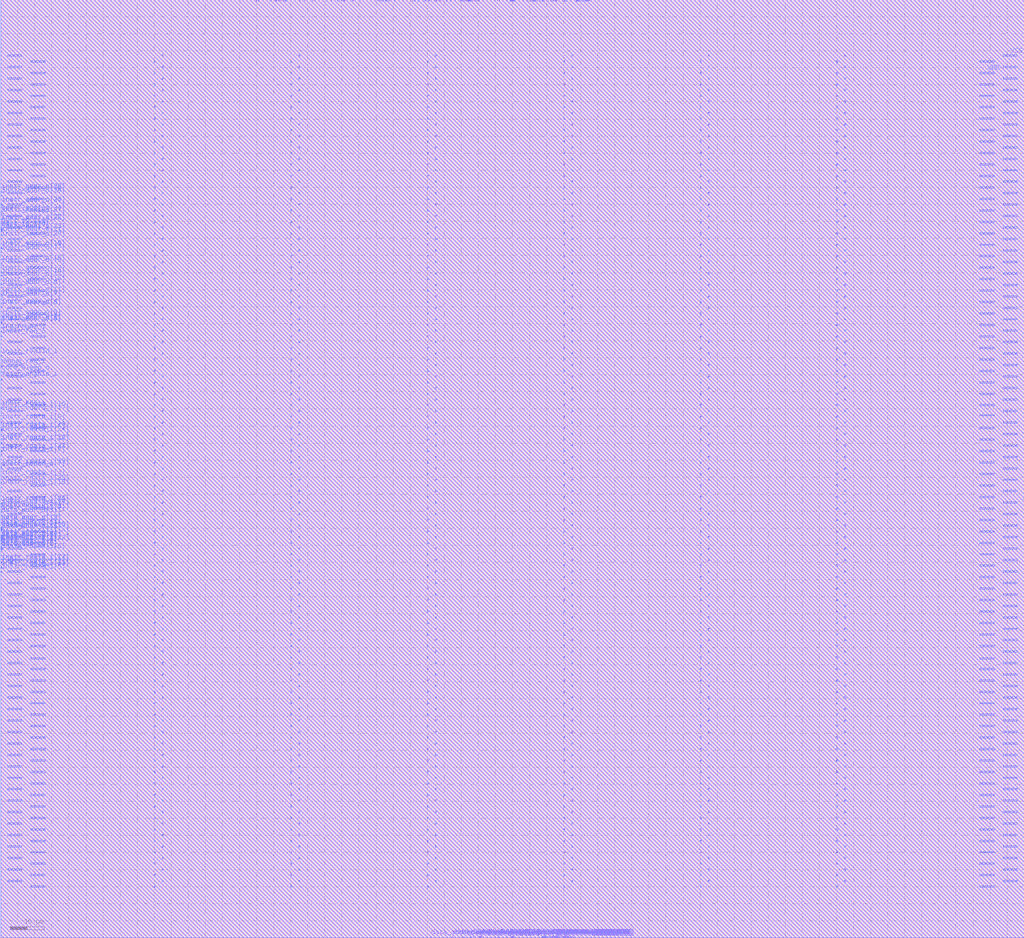
<source format=lef>
###############################################################
#  Generated by:      Cadence Innovus 21.35-s114_1
#  OS:                Linux x86_64(Host ID item0110.item.uni-bremen.de)
#  Generated on:      Fri Aug  9 22:37:40 2024
#  Design:            ibex_core
#  Command:           write_lef_abstract ./results/dummy_ni.lef -stripePin -noCutObs -PGPinLayers M3 -specifyTopLayer M3
###############################################################

VERSION 5.8 ;

BUSBITCHARS "[]" ;
DIVIDERCHAR "/" ;

MACRO ibex_core
  CLASS BLOCK ;
  SIZE 300.020000 BY 274.960000 ;
  FOREIGN ibex_core 0.000000 0.000000 ;
  ORIGIN 0 0 ;
  SYMMETRY X Y R90 ;
  PIN clk_i
    DIRECTION INPUT ;
    USE SIGNAL ;
    PORT
      LAYER M3 ;
        RECT 299.630000 128.485000 300.020000 128.555000 ;
    END
  END clk_i
  PIN rst_ni
    DIRECTION INPUT ;
    USE SIGNAL ;
    PORT
      LAYER M3 ;
        RECT 299.630000 147.945000 300.020000 148.015000 ;
    END
  END rst_ni
  PIN test_en_i
    DIRECTION INPUT ;
    USE SIGNAL ;
    PORT
      LAYER M3 ;
        RECT 0.000000 163.485000 0.390000 163.555000 ;
    END
  END test_en_i
  PIN hart_id_i[31]
    DIRECTION INPUT ;
    USE SIGNAL ;
    PORT
      LAYER M2 ;
        RECT 99.855000 274.570000 99.925000 274.960000 ;
    END
  END hart_id_i[31]
  PIN hart_id_i[30]
    DIRECTION INPUT ;
    USE SIGNAL ;
    PORT
      LAYER M2 ;
        RECT 103.215000 274.570000 103.285000 274.960000 ;
    END
  END hart_id_i[30]
  PIN hart_id_i[29]
    DIRECTION INPUT ;
    USE SIGNAL ;
    PORT
      LAYER M2 ;
        RECT 127.715000 274.570000 127.785000 274.960000 ;
    END
  END hart_id_i[29]
  PIN hart_id_i[28]
    DIRECTION INPUT ;
    USE SIGNAL ;
    PORT
      LAYER M2 ;
        RECT 136.955000 274.570000 137.025000 274.960000 ;
    END
  END hart_id_i[28]
  PIN hart_id_i[27]
    DIRECTION INPUT ;
    USE SIGNAL ;
    PORT
      LAYER M2 ;
        RECT 137.795000 274.570000 137.865000 274.960000 ;
    END
  END hart_id_i[27]
  PIN hart_id_i[26]
    DIRECTION INPUT ;
    USE SIGNAL ;
    PORT
      LAYER M2 ;
        RECT 135.835000 274.570000 135.905000 274.960000 ;
    END
  END hart_id_i[26]
  PIN hart_id_i[25]
    DIRECTION INPUT ;
    USE SIGNAL ;
    PORT
      LAYER M2 ;
        RECT 137.515000 274.570000 137.585000 274.960000 ;
    END
  END hart_id_i[25]
  PIN hart_id_i[24]
    DIRECTION INPUT ;
    USE SIGNAL ;
    PORT
      LAYER M2 ;
        RECT 138.355000 274.570000 138.425000 274.960000 ;
    END
  END hart_id_i[24]
  PIN hart_id_i[23]
    DIRECTION INPUT ;
    USE SIGNAL ;
    PORT
      LAYER M2 ;
        RECT 139.335000 274.570000 139.405000 274.960000 ;
    END
  END hart_id_i[23]
  PIN hart_id_i[22]
    DIRECTION INPUT ;
    USE SIGNAL ;
    PORT
      LAYER M2 ;
        RECT 138.915000 274.570000 138.985000 274.960000 ;
    END
  END hart_id_i[22]
  PIN hart_id_i[21]
    DIRECTION INPUT ;
    USE SIGNAL ;
    PORT
      LAYER M2 ;
        RECT 110.355000 274.570000 110.425000 274.960000 ;
    END
  END hart_id_i[21]
  PIN hart_id_i[20]
    DIRECTION INPUT ;
    USE SIGNAL ;
    PORT
      LAYER M2 ;
        RECT 121.275000 274.570000 121.345000 274.960000 ;
    END
  END hart_id_i[20]
  PIN hart_id_i[19]
    DIRECTION INPUT ;
    USE SIGNAL ;
    PORT
      LAYER M2 ;
        RECT 113.715000 274.570000 113.785000 274.960000 ;
    END
  END hart_id_i[19]
  PIN hart_id_i[18]
    DIRECTION INPUT ;
    USE SIGNAL ;
    PORT
      LAYER M2 ;
        RECT 124.075000 274.570000 124.145000 274.960000 ;
    END
  END hart_id_i[18]
  PIN hart_id_i[17]
    DIRECTION INPUT ;
    USE SIGNAL ;
    PORT
      LAYER M2 ;
        RECT 111.055000 274.570000 111.125000 274.960000 ;
    END
  END hart_id_i[17]
  PIN hart_id_i[16]
    DIRECTION INPUT ;
    USE SIGNAL ;
    PORT
      LAYER M2 ;
        RECT 128.555000 274.570000 128.625000 274.960000 ;
    END
  END hart_id_i[16]
  PIN hart_id_i[15]
    DIRECTION INPUT ;
    USE SIGNAL ;
    PORT
      LAYER M2 ;
        RECT 100.695000 274.570000 100.765000 274.960000 ;
    END
  END hart_id_i[15]
  PIN hart_id_i[14]
    DIRECTION INPUT ;
    USE SIGNAL ;
    PORT
      LAYER M2 ;
        RECT 100.415000 274.570000 100.485000 274.960000 ;
    END
  END hart_id_i[14]
  PIN hart_id_i[13]
    DIRECTION INPUT ;
    USE SIGNAL ;
    PORT
      LAYER M2 ;
        RECT 91.455000 274.570000 91.525000 274.960000 ;
    END
  END hart_id_i[13]
  PIN hart_id_i[12]
    DIRECTION INPUT ;
    USE SIGNAL ;
    PORT
      LAYER M2 ;
        RECT 89.075000 274.570000 89.145000 274.960000 ;
    END
  END hart_id_i[12]
  PIN hart_id_i[11]
    DIRECTION INPUT ;
    USE SIGNAL ;
    PORT
      LAYER M2 ;
        RECT 80.815000 274.570000 80.885000 274.960000 ;
    END
  END hart_id_i[11]
  PIN hart_id_i[10]
    DIRECTION INPUT ;
    USE SIGNAL ;
    PORT
      LAYER M2 ;
        RECT 80.535000 274.570000 80.605000 274.960000 ;
    END
  END hart_id_i[10]
  PIN hart_id_i[9]
    DIRECTION INPUT ;
    USE SIGNAL ;
    PORT
      LAYER M2 ;
        RECT 83.335000 274.570000 83.405000 274.960000 ;
    END
  END hart_id_i[9]
  PIN hart_id_i[8]
    DIRECTION INPUT ;
    USE SIGNAL ;
    PORT
      LAYER M2 ;
        RECT 79.275000 274.570000 79.345000 274.960000 ;
    END
  END hart_id_i[8]
  PIN hart_id_i[7]
    DIRECTION INPUT ;
    USE SIGNAL ;
    PORT
      LAYER M3 ;
        RECT 0.000000 207.305000 0.390000 207.375000 ;
    END
  END hart_id_i[7]
  PIN hart_id_i[6]
    DIRECTION INPUT ;
    USE SIGNAL ;
    PORT
      LAYER M3 ;
        RECT 0.000000 212.205000 0.390000 212.275000 ;
    END
  END hart_id_i[6]
  PIN hart_id_i[5]
    DIRECTION INPUT ;
    USE SIGNAL ;
    PORT
      LAYER M2 ;
        RECT 64.155000 274.570000 64.225000 274.960000 ;
    END
  END hart_id_i[5]
  PIN hart_id_i[4]
    DIRECTION INPUT ;
    USE SIGNAL ;
    PORT
      LAYER M3 ;
        RECT 0.000000 207.585000 0.390000 207.655000 ;
    END
  END hart_id_i[4]
  PIN hart_id_i[3]
    DIRECTION INPUT ;
    USE SIGNAL ;
    PORT
      LAYER M2 ;
        RECT 75.495000 274.570000 75.565000 274.960000 ;
    END
  END hart_id_i[3]
  PIN hart_id_i[2]
    DIRECTION INPUT ;
    USE SIGNAL ;
    PORT
      LAYER M2 ;
        RECT 70.175000 274.570000 70.245000 274.960000 ;
    END
  END hart_id_i[2]
  PIN hart_id_i[1]
    DIRECTION INPUT ;
    USE SIGNAL ;
    PORT
      LAYER M3 ;
        RECT 0.000000 208.845000 0.390000 208.915000 ;
    END
  END hart_id_i[1]
  PIN hart_id_i[0]
    DIRECTION INPUT ;
    USE SIGNAL ;
    PORT
      LAYER M3 ;
        RECT 0.000000 207.865000 0.390000 207.935000 ;
    END
  END hart_id_i[0]
  PIN boot_addr_i[31]
    DIRECTION INPUT ;
    USE SIGNAL ;
    PORT
      LAYER M2 ;
        RECT 95.235000 274.570000 95.305000 274.960000 ;
    END
  END boot_addr_i[31]
  PIN boot_addr_i[30]
    DIRECTION INPUT ;
    USE SIGNAL ;
    PORT
      LAYER M2 ;
        RECT 105.315000 274.570000 105.385000 274.960000 ;
    END
  END boot_addr_i[30]
  PIN boot_addr_i[29]
    DIRECTION INPUT ;
    USE SIGNAL ;
    PORT
      LAYER M2 ;
        RECT 113.015000 274.570000 113.085000 274.960000 ;
    END
  END boot_addr_i[29]
  PIN boot_addr_i[28]
    DIRECTION INPUT ;
    USE SIGNAL ;
    PORT
      LAYER M2 ;
        RECT 128.975000 274.570000 129.045000 274.960000 ;
    END
  END boot_addr_i[28]
  PIN boot_addr_i[27]
    DIRECTION INPUT ;
    USE SIGNAL ;
    PORT
      LAYER M2 ;
        RECT 133.175000 274.570000 133.245000 274.960000 ;
    END
  END boot_addr_i[27]
  PIN boot_addr_i[26]
    DIRECTION INPUT ;
    USE SIGNAL ;
    PORT
      LAYER M2 ;
        RECT 135.135000 274.570000 135.205000 274.960000 ;
    END
  END boot_addr_i[26]
  PIN boot_addr_i[25]
    DIRECTION INPUT ;
    USE SIGNAL ;
    PORT
      LAYER M2 ;
        RECT 134.855000 274.570000 134.925000 274.960000 ;
    END
  END boot_addr_i[25]
  PIN boot_addr_i[24]
    DIRECTION INPUT ;
    USE SIGNAL ;
    PORT
      LAYER M2 ;
        RECT 136.395000 274.570000 136.465000 274.960000 ;
    END
  END boot_addr_i[24]
  PIN boot_addr_i[23]
    DIRECTION INPUT ;
    USE SIGNAL ;
    PORT
      LAYER M2 ;
        RECT 136.675000 274.570000 136.745000 274.960000 ;
    END
  END boot_addr_i[23]
  PIN boot_addr_i[22]
    DIRECTION INPUT ;
    USE SIGNAL ;
    PORT
      LAYER M2 ;
        RECT 131.775000 274.570000 131.845000 274.960000 ;
    END
  END boot_addr_i[22]
  PIN boot_addr_i[21]
    DIRECTION INPUT ;
    USE SIGNAL ;
    PORT
      LAYER M2 ;
        RECT 112.035000 274.570000 112.105000 274.960000 ;
    END
  END boot_addr_i[21]
  PIN boot_addr_i[20]
    DIRECTION INPUT ;
    USE SIGNAL ;
    PORT
      LAYER M2 ;
        RECT 115.395000 274.570000 115.465000 274.960000 ;
    END
  END boot_addr_i[20]
  PIN boot_addr_i[19]
    DIRECTION INPUT ;
    USE SIGNAL ;
    PORT
      LAYER M2 ;
        RECT 122.255000 274.570000 122.325000 274.960000 ;
    END
  END boot_addr_i[19]
  PIN boot_addr_i[18]
    DIRECTION INPUT ;
    USE SIGNAL ;
    PORT
      LAYER M2 ;
        RECT 125.475000 274.570000 125.545000 274.960000 ;
    END
  END boot_addr_i[18]
  PIN boot_addr_i[17]
    DIRECTION INPUT ;
    USE SIGNAL ;
    PORT
      LAYER M2 ;
        RECT 110.775000 274.570000 110.845000 274.960000 ;
    END
  END boot_addr_i[17]
  PIN boot_addr_i[16]
    DIRECTION INPUT ;
    USE SIGNAL ;
    PORT
      LAYER M2 ;
        RECT 127.295000 274.570000 127.365000 274.960000 ;
    END
  END boot_addr_i[16]
  PIN boot_addr_i[15]
    DIRECTION INPUT ;
    USE SIGNAL ;
    PORT
      LAYER M2 ;
        RECT 98.595000 274.570000 98.665000 274.960000 ;
    END
  END boot_addr_i[15]
  PIN boot_addr_i[14]
    DIRECTION INPUT ;
    USE SIGNAL ;
    PORT
      LAYER M2 ;
        RECT 96.915000 274.570000 96.985000 274.960000 ;
    END
  END boot_addr_i[14]
  PIN boot_addr_i[13]
    DIRECTION INPUT ;
    USE SIGNAL ;
    PORT
      LAYER M2 ;
        RECT 92.015000 274.570000 92.085000 274.960000 ;
    END
  END boot_addr_i[13]
  PIN boot_addr_i[12]
    DIRECTION INPUT ;
    USE SIGNAL ;
    PORT
      LAYER M2 ;
        RECT 87.675000 274.570000 87.745000 274.960000 ;
    END
  END boot_addr_i[12]
  PIN boot_addr_i[11]
    DIRECTION INPUT ;
    USE SIGNAL ;
    PORT
      LAYER M2 ;
        RECT 82.775000 274.570000 82.845000 274.960000 ;
    END
  END boot_addr_i[11]
  PIN boot_addr_i[10]
    DIRECTION INPUT ;
    USE SIGNAL ;
    PORT
      LAYER M2 ;
        RECT 81.515000 274.570000 81.585000 274.960000 ;
    END
  END boot_addr_i[10]
  PIN boot_addr_i[9]
    DIRECTION INPUT ;
    USE SIGNAL ;
    PORT
      LAYER M2 ;
        RECT 83.615000 274.570000 83.685000 274.960000 ;
    END
  END boot_addr_i[9]
  PIN boot_addr_i[8]
    DIRECTION INPUT ;
    USE SIGNAL ;
    PORT
      LAYER M2 ;
        RECT 82.075000 274.570000 82.145000 274.960000 ;
    END
  END boot_addr_i[8]
  PIN boot_addr_i[7]
    DIRECTION INPUT ;
    USE SIGNAL ;
    PORT
      LAYER M2 ;
        RECT 149.975000 274.570000 150.045000 274.960000 ;
    END
  END boot_addr_i[7]
  PIN boot_addr_i[6]
    DIRECTION INPUT ;
    USE SIGNAL ;
    PORT
      LAYER M2 ;
        RECT 149.975000 0.000000 150.045000 0.390000 ;
    END
  END boot_addr_i[6]
  PIN boot_addr_i[5]
    DIRECTION INPUT ;
    USE SIGNAL ;
    PORT
      LAYER M2 ;
        RECT 149.695000 274.570000 149.765000 274.960000 ;
    END
  END boot_addr_i[5]
  PIN boot_addr_i[4]
    DIRECTION INPUT ;
    USE SIGNAL ;
    PORT
      LAYER M2 ;
        RECT 150.255000 274.570000 150.325000 274.960000 ;
    END
  END boot_addr_i[4]
  PIN boot_addr_i[3]
    DIRECTION INPUT ;
    USE SIGNAL ;
    PORT
      LAYER M2 ;
        RECT 149.695000 0.000000 149.765000 0.390000 ;
    END
  END boot_addr_i[3]
  PIN boot_addr_i[2]
    DIRECTION INPUT ;
    USE SIGNAL ;
    PORT
      LAYER M2 ;
        RECT 150.255000 0.000000 150.325000 0.390000 ;
    END
  END boot_addr_i[2]
  PIN boot_addr_i[1]
    DIRECTION INPUT ;
    USE SIGNAL ;
    PORT
      LAYER M2 ;
        RECT 149.415000 274.570000 149.485000 274.960000 ;
    END
  END boot_addr_i[1]
  PIN boot_addr_i[0]
    DIRECTION INPUT ;
    USE SIGNAL ;
    PORT
      LAYER M2 ;
        RECT 150.535000 274.570000 150.605000 274.960000 ;
    END
  END boot_addr_i[0]
  PIN instr_req_o
    DIRECTION OUTPUT ;
    USE SIGNAL ;
    PORT
      LAYER M3 ;
        RECT 0.000000 176.225000 0.390000 176.295000 ;
    END
  END instr_req_o
  PIN instr_gnt_i
    DIRECTION INPUT ;
    USE SIGNAL ;
    PORT
      LAYER M3 ;
        RECT 0.000000 177.625000 0.390000 177.695000 ;
    END
  END instr_gnt_i
  PIN instr_rvalid_i
    DIRECTION INPUT ;
    USE SIGNAL ;
    PORT
      LAYER M3 ;
        RECT 0.000000 170.485000 0.390000 170.555000 ;
    END
  END instr_rvalid_i
  PIN instr_addr_o[31]
    DIRECTION OUTPUT ;
    USE SIGNAL ;
    PORT
      LAYER M3 ;
        RECT 0.000000 214.725000 0.390000 214.795000 ;
    END
  END instr_addr_o[31]
  PIN instr_addr_o[30]
    DIRECTION OUTPUT ;
    USE SIGNAL ;
    PORT
      LAYER M3 ;
        RECT 0.000000 218.365000 0.390000 218.435000 ;
    END
  END instr_addr_o[30]
  PIN instr_addr_o[29]
    DIRECTION OUTPUT ;
    USE SIGNAL ;
    PORT
      LAYER M3 ;
        RECT 0.000000 218.785000 0.390000 218.855000 ;
    END
  END instr_addr_o[29]
  PIN instr_addr_o[28]
    DIRECTION OUTPUT ;
    USE SIGNAL ;
    PORT
      LAYER M3 ;
        RECT 0.000000 217.525000 0.390000 217.595000 ;
    END
  END instr_addr_o[28]
  PIN instr_addr_o[27]
    DIRECTION OUTPUT ;
    USE SIGNAL ;
    PORT
      LAYER M3 ;
        RECT 0.000000 211.925000 0.390000 211.995000 ;
    END
  END instr_addr_o[27]
  PIN instr_addr_o[26]
    DIRECTION OUTPUT ;
    USE SIGNAL ;
    PORT
      LAYER M3 ;
        RECT 0.000000 215.005000 0.390000 215.075000 ;
    END
  END instr_addr_o[26]
  PIN instr_addr_o[25]
    DIRECTION OUTPUT ;
    USE SIGNAL ;
    PORT
      LAYER M3 ;
        RECT 0.000000 209.545000 0.390000 209.615000 ;
    END
  END instr_addr_o[25]
  PIN instr_addr_o[24]
    DIRECTION OUTPUT ;
    USE SIGNAL ;
    PORT
      LAYER M3 ;
        RECT 0.000000 212.485000 0.390000 212.555000 ;
    END
  END instr_addr_o[24]
  PIN instr_addr_o[23]
    DIRECTION OUTPUT ;
    USE SIGNAL ;
    PORT
      LAYER M3 ;
        RECT 0.000000 207.025000 0.390000 207.095000 ;
    END
  END instr_addr_o[23]
  PIN instr_addr_o[22]
    DIRECTION OUTPUT ;
    USE SIGNAL ;
    PORT
      LAYER M3 ;
        RECT 0.000000 209.825000 0.390000 209.895000 ;
    END
  END instr_addr_o[22]
  PIN instr_addr_o[21]
    DIRECTION OUTPUT ;
    USE SIGNAL ;
    PORT
      LAYER M3 ;
        RECT 0.000000 206.185000 0.390000 206.255000 ;
    END
  END instr_addr_o[21]
  PIN instr_addr_o[20]
    DIRECTION OUTPUT ;
    USE SIGNAL ;
    PORT
      LAYER M3 ;
        RECT 0.000000 204.925000 0.390000 204.995000 ;
    END
  END instr_addr_o[20]
  PIN instr_addr_o[19]
    DIRECTION OUTPUT ;
    USE SIGNAL ;
    PORT
      LAYER M3 ;
        RECT 0.000000 201.985000 0.390000 202.055000 ;
    END
  END instr_addr_o[19]
  PIN instr_addr_o[18]
    DIRECTION OUTPUT ;
    USE SIGNAL ;
    PORT
      LAYER M3 ;
        RECT 0.000000 202.265000 0.390000 202.335000 ;
    END
  END instr_addr_o[18]
  PIN instr_addr_o[17]
    DIRECTION OUTPUT ;
    USE SIGNAL ;
    PORT
      LAYER M3 ;
        RECT 0.000000 200.725000 0.390000 200.795000 ;
    END
  END instr_addr_o[17]
  PIN instr_addr_o[16]
    DIRECTION OUTPUT ;
    USE SIGNAL ;
    PORT
      LAYER M3 ;
        RECT 0.000000 197.785000 0.390000 197.855000 ;
    END
  END instr_addr_o[16]
  PIN instr_addr_o[15]
    DIRECTION OUTPUT ;
    USE SIGNAL ;
    PORT
      LAYER M3 ;
        RECT 0.000000 197.085000 0.390000 197.155000 ;
    END
  END instr_addr_o[15]
  PIN instr_addr_o[14]
    DIRECTION OUTPUT ;
    USE SIGNAL ;
    PORT
      LAYER M3 ;
        RECT 0.000000 194.005000 0.390000 194.075000 ;
    END
  END instr_addr_o[14]
  PIN instr_addr_o[13]
    DIRECTION OUTPUT ;
    USE SIGNAL ;
    PORT
      LAYER M3 ;
        RECT 0.000000 193.165000 0.390000 193.235000 ;
    END
  END instr_addr_o[13]
  PIN instr_addr_o[12]
    DIRECTION OUTPUT ;
    USE SIGNAL ;
    PORT
      LAYER M3 ;
        RECT 0.000000 194.845000 0.390000 194.915000 ;
    END
  END instr_addr_o[12]
  PIN instr_addr_o[11]
    DIRECTION OUTPUT ;
    USE SIGNAL ;
    PORT
      LAYER M3 ;
        RECT 0.000000 188.545000 0.390000 188.615000 ;
    END
  END instr_addr_o[11]
  PIN instr_addr_o[10]
    DIRECTION OUTPUT ;
    USE SIGNAL ;
    PORT
      LAYER M3 ;
        RECT 0.000000 191.485000 0.390000 191.555000 ;
    END
  END instr_addr_o[10]
  PIN instr_addr_o[9]
    DIRECTION OUTPUT ;
    USE SIGNAL ;
    PORT
      LAYER M3 ;
        RECT 0.000000 187.705000 0.390000 187.775000 ;
    END
  END instr_addr_o[9]
  PIN instr_addr_o[8]
    DIRECTION OUTPUT ;
    USE SIGNAL ;
    PORT
      LAYER M3 ;
        RECT 0.000000 190.645000 0.390000 190.715000 ;
    END
  END instr_addr_o[8]
  PIN instr_addr_o[7]
    DIRECTION OUTPUT ;
    USE SIGNAL ;
    PORT
      LAYER M3 ;
        RECT 0.000000 187.285000 0.390000 187.355000 ;
    END
  END instr_addr_o[7]
  PIN instr_addr_o[6]
    DIRECTION OUTPUT ;
    USE SIGNAL ;
    PORT
      LAYER M3 ;
        RECT 0.000000 184.765000 0.390000 184.835000 ;
    END
  END instr_addr_o[6]
  PIN instr_addr_o[5]
    DIRECTION OUTPUT ;
    USE SIGNAL ;
    PORT
      LAYER M3 ;
        RECT 0.000000 181.825000 0.390000 181.895000 ;
    END
  END instr_addr_o[5]
  PIN instr_addr_o[4]
    DIRECTION OUTPUT ;
    USE SIGNAL ;
    PORT
      LAYER M3 ;
        RECT 0.000000 185.045000 0.390000 185.115000 ;
    END
  END instr_addr_o[4]
  PIN instr_addr_o[3]
    DIRECTION OUTPUT ;
    USE SIGNAL ;
    PORT
      LAYER M3 ;
        RECT 0.000000 180.985000 0.390000 181.055000 ;
    END
  END instr_addr_o[3]
  PIN instr_addr_o[2]
    DIRECTION OUTPUT ;
    USE SIGNAL ;
    PORT
      LAYER M3 ;
        RECT 0.000000 180.565000 0.390000 180.635000 ;
    END
  END instr_addr_o[2]
  PIN instr_addr_o[1]
    DIRECTION OUTPUT ;
    USE SIGNAL ;
    PORT
      LAYER M3 ;
        RECT 0.000000 180.285000 0.390000 180.355000 ;
    END
  END instr_addr_o[1]
  PIN instr_addr_o[0]
    DIRECTION OUTPUT ;
    USE SIGNAL ;
    PORT
      LAYER M3 ;
        RECT 0.000000 180.005000 0.390000 180.075000 ;
    END
  END instr_addr_o[0]
  PIN instr_rdata_i[31]
    DIRECTION INPUT ;
    USE SIGNAL ;
    PORT
      LAYER M3 ;
        RECT 0.000000 124.985000 0.390000 125.055000 ;
    END
  END instr_rdata_i[31]
  PIN instr_rdata_i[30]
    DIRECTION INPUT ;
    USE SIGNAL ;
    PORT
      LAYER M3 ;
        RECT 0.000000 126.385000 0.390000 126.455000 ;
    END
  END instr_rdata_i[30]
  PIN instr_rdata_i[29]
    DIRECTION INPUT ;
    USE SIGNAL ;
    PORT
      LAYER M3 ;
        RECT 0.000000 119.385000 0.390000 119.455000 ;
    END
  END instr_rdata_i[29]
  PIN instr_rdata_i[28]
    DIRECTION INPUT ;
    USE SIGNAL ;
    PORT
      LAYER M3 ;
        RECT 0.000000 149.065000 0.390000 149.135000 ;
    END
  END instr_rdata_i[28]
  PIN instr_rdata_i[27]
    DIRECTION INPUT ;
    USE SIGNAL ;
    PORT
      LAYER M3 ;
        RECT 0.000000 110.145000 0.390000 110.215000 ;
    END
  END instr_rdata_i[27]
  PIN instr_rdata_i[26]
    DIRECTION INPUT ;
    USE SIGNAL ;
    PORT
      LAYER M3 ;
        RECT 0.000000 127.365000 0.390000 127.435000 ;
    END
  END instr_rdata_i[26]
  PIN instr_rdata_i[25]
    DIRECTION INPUT ;
    USE SIGNAL ;
    PORT
      LAYER M3 ;
        RECT 0.000000 133.385000 0.390000 133.455000 ;
    END
  END instr_rdata_i[25]
  PIN instr_rdata_i[24]
    DIRECTION INPUT ;
    USE SIGNAL ;
    PORT
      LAYER M3 ;
        RECT 0.000000 147.525000 0.390000 147.595000 ;
    END
  END instr_rdata_i[24]
  PIN instr_rdata_i[23]
    DIRECTION INPUT ;
    USE SIGNAL ;
    PORT
      LAYER M3 ;
        RECT 0.000000 142.765000 0.390000 142.835000 ;
    END
  END instr_rdata_i[23]
  PIN instr_rdata_i[22]
    DIRECTION INPUT ;
    USE SIGNAL ;
    PORT
      LAYER M3 ;
        RECT 0.000000 115.745000 0.390000 115.815000 ;
    END
  END instr_rdata_i[22]
  PIN instr_rdata_i[21]
    DIRECTION INPUT ;
    USE SIGNAL ;
    PORT
      LAYER M3 ;
        RECT 0.000000 108.605000 0.390000 108.675000 ;
    END
  END instr_rdata_i[21]
  PIN instr_rdata_i[20]
    DIRECTION INPUT ;
    USE SIGNAL ;
    PORT
      LAYER M3 ;
        RECT 0.000000 145.145000 0.390000 145.215000 ;
    END
  END instr_rdata_i[20]
  PIN instr_rdata_i[19]
    DIRECTION INPUT ;
    USE SIGNAL ;
    PORT
      LAYER M3 ;
        RECT 0.000000 138.145000 0.390000 138.215000 ;
    END
  END instr_rdata_i[19]
  PIN instr_rdata_i[18]
    DIRECTION INPUT ;
    USE SIGNAL ;
    PORT
      LAYER M3 ;
        RECT 0.000000 131.985000 0.390000 132.055000 ;
    END
  END instr_rdata_i[18]
  PIN instr_rdata_i[17]
    DIRECTION INPUT ;
    USE SIGNAL ;
    PORT
      LAYER M3 ;
        RECT 0.000000 153.685000 0.390000 153.755000 ;
    END
  END instr_rdata_i[17]
  PIN instr_rdata_i[16]
    DIRECTION INPUT ;
    USE SIGNAL ;
    PORT
      LAYER M3 ;
        RECT 0.000000 155.085000 0.390000 155.155000 ;
    END
  END instr_rdata_i[16]
  PIN instr_rdata_i[15]
    DIRECTION INPUT ;
    USE SIGNAL ;
    PORT
      LAYER M3 ;
        RECT 0.000000 119.665000 0.390000 119.735000 ;
    END
  END instr_rdata_i[15]
  PIN instr_rdata_i[14]
    DIRECTION INPUT ;
    USE SIGNAL ;
    PORT
      LAYER M3 ;
        RECT 0.000000 109.865000 0.390000 109.935000 ;
    END
  END instr_rdata_i[14]
  PIN instr_rdata_i[13]
    DIRECTION INPUT ;
    USE SIGNAL ;
    PORT
      LAYER M3 ;
        RECT 0.000000 108.325000 0.390000 108.395000 ;
    END
  END instr_rdata_i[13]
  PIN instr_rdata_i[12]
    DIRECTION INPUT ;
    USE SIGNAL ;
    PORT
      LAYER M3 ;
        RECT 0.000000 144.865000 0.390000 144.935000 ;
    END
  END instr_rdata_i[12]
  PIN instr_rdata_i[11]
    DIRECTION INPUT ;
    USE SIGNAL ;
    PORT
      LAYER M3 ;
        RECT 0.000000 108.885000 0.390000 108.955000 ;
    END
  END instr_rdata_i[11]
  PIN instr_rdata_i[10]
    DIRECTION INPUT ;
    USE SIGNAL ;
    PORT
      LAYER M3 ;
        RECT 0.000000 117.705000 0.390000 117.775000 ;
    END
  END instr_rdata_i[10]
  PIN instr_rdata_i[9]
    DIRECTION INPUT ;
    USE SIGNAL ;
    PORT
      LAYER M3 ;
        RECT 0.000000 124.705000 0.390000 124.775000 ;
    END
  END instr_rdata_i[9]
  PIN instr_rdata_i[8]
    DIRECTION INPUT ;
    USE SIGNAL ;
    PORT
      LAYER M3 ;
        RECT 0.000000 141.645000 0.390000 141.715000 ;
    END
  END instr_rdata_i[8]
  PIN instr_rdata_i[7]
    DIRECTION INPUT ;
    USE SIGNAL ;
    PORT
      LAYER M3 ;
        RECT 0.000000 137.585000 0.390000 137.655000 ;
    END
  END instr_rdata_i[7]
  PIN instr_rdata_i[6]
    DIRECTION INPUT ;
    USE SIGNAL ;
    PORT
      LAYER M3 ;
        RECT 0.000000 113.225000 0.390000 113.295000 ;
    END
  END instr_rdata_i[6]
  PIN instr_rdata_i[5]
    DIRECTION INPUT ;
    USE SIGNAL ;
    PORT
      LAYER M3 ;
        RECT 0.000000 107.205000 0.390000 107.275000 ;
    END
  END instr_rdata_i[5]
  PIN instr_rdata_i[4]
    DIRECTION INPUT ;
    USE SIGNAL ;
    PORT
      LAYER M3 ;
        RECT 0.000000 142.485000 0.390000 142.555000 ;
    END
  END instr_rdata_i[4]
  PIN instr_rdata_i[3]
    DIRECTION INPUT ;
    USE SIGNAL ;
    PORT
      LAYER M3 ;
        RECT 0.000000 134.925000 0.390000 134.995000 ;
    END
  END instr_rdata_i[3]
  PIN instr_rdata_i[2]
    DIRECTION INPUT ;
    USE SIGNAL ;
    PORT
      LAYER M3 ;
        RECT 0.000000 127.085000 0.390000 127.155000 ;
    END
  END instr_rdata_i[2]
  PIN instr_rdata_i[1]
    DIRECTION INPUT ;
    USE SIGNAL ;
    PORT
      LAYER M3 ;
        RECT 0.000000 148.785000 0.390000 148.855000 ;
    END
  END instr_rdata_i[1]
  PIN instr_rdata_i[0]
    DIRECTION INPUT ;
    USE SIGNAL ;
    PORT
      LAYER M3 ;
        RECT 0.000000 151.165000 0.390000 151.235000 ;
    END
  END instr_rdata_i[0]
  PIN instr_err_i
    DIRECTION INPUT ;
    USE SIGNAL ;
    PORT
      LAYER M3 ;
        RECT 0.000000 155.505000 0.390000 155.575000 ;
    END
  END instr_err_i
  PIN data_req_o
    DIRECTION OUTPUT ;
    USE SIGNAL ;
    PORT
      LAYER M2 ;
        RECT 145.495000 274.570000 145.565000 274.960000 ;
    END
  END data_req_o
  PIN data_gnt_i
    DIRECTION INPUT ;
    USE SIGNAL ;
    PORT
      LAYER M2 ;
        RECT 148.295000 274.570000 148.365000 274.960000 ;
    END
  END data_gnt_i
  PIN data_rvalid_i
    DIRECTION INPUT ;
    USE SIGNAL ;
    PORT
      LAYER M2 ;
        RECT 144.795000 274.570000 144.865000 274.960000 ;
    END
  END data_rvalid_i
  PIN data_we_o
    DIRECTION OUTPUT ;
    USE SIGNAL ;
    PORT
      LAYER M2 ;
        RECT 113.995000 274.570000 114.065000 274.960000 ;
    END
  END data_we_o
  PIN data_be_o[3]
    DIRECTION OUTPUT ;
    USE SIGNAL ;
    PORT
      LAYER M2 ;
        RECT 156.275000 274.570000 156.345000 274.960000 ;
    END
  END data_be_o[3]
  PIN data_be_o[2]
    DIRECTION OUTPUT ;
    USE SIGNAL ;
    PORT
      LAYER M2 ;
        RECT 160.475000 274.570000 160.545000 274.960000 ;
    END
  END data_be_o[2]
  PIN data_be_o[1]
    DIRECTION OUTPUT ;
    USE SIGNAL ;
    PORT
      LAYER M2 ;
        RECT 159.215000 274.570000 159.285000 274.960000 ;
    END
  END data_be_o[1]
  PIN data_be_o[0]
    DIRECTION OUTPUT ;
    USE SIGNAL ;
    PORT
      LAYER M2 ;
        RECT 161.175000 274.570000 161.245000 274.960000 ;
    END
  END data_be_o[0]
  PIN data_addr_o[31]
    DIRECTION OUTPUT ;
    USE SIGNAL ;
    PORT
      LAYER M3 ;
        RECT 0.000000 123.865000 0.390000 123.935000 ;
    END
  END data_addr_o[31]
  PIN data_addr_o[30]
    DIRECTION OUTPUT ;
    USE SIGNAL ;
    PORT
      LAYER M3 ;
        RECT 0.000000 125.405000 0.390000 125.475000 ;
    END
  END data_addr_o[30]
  PIN data_addr_o[29]
    DIRECTION OUTPUT ;
    USE SIGNAL ;
    PORT
      LAYER M2 ;
        RECT 126.035000 0.000000 126.105000 0.390000 ;
    END
  END data_addr_o[29]
  PIN data_addr_o[28]
    DIRECTION OUTPUT ;
    USE SIGNAL ;
    PORT
      LAYER M2 ;
        RECT 132.475000 0.000000 132.545000 0.390000 ;
    END
  END data_addr_o[28]
  PIN data_addr_o[27]
    DIRECTION OUTPUT ;
    USE SIGNAL ;
    PORT
      LAYER M2 ;
        RECT 135.835000 0.000000 135.905000 0.390000 ;
    END
  END data_addr_o[27]
  PIN data_addr_o[26]
    DIRECTION OUTPUT ;
    USE SIGNAL ;
    PORT
      LAYER M2 ;
        RECT 139.055000 0.000000 139.125000 0.390000 ;
    END
  END data_addr_o[26]
  PIN data_addr_o[25]
    DIRECTION OUTPUT ;
    USE SIGNAL ;
    PORT
      LAYER M2 ;
        RECT 141.435000 0.000000 141.505000 0.390000 ;
    END
  END data_addr_o[25]
  PIN data_addr_o[24]
    DIRECTION OUTPUT ;
    USE SIGNAL ;
    PORT
      LAYER M2 ;
        RECT 145.635000 0.000000 145.705000 0.390000 ;
    END
  END data_addr_o[24]
  PIN data_addr_o[23]
    DIRECTION OUTPUT ;
    USE SIGNAL ;
    PORT
      LAYER M2 ;
        RECT 145.915000 0.000000 145.985000 0.390000 ;
    END
  END data_addr_o[23]
  PIN data_addr_o[22]
    DIRECTION OUTPUT ;
    USE SIGNAL ;
    PORT
      LAYER M2 ;
        RECT 148.295000 0.000000 148.365000 0.390000 ;
    END
  END data_addr_o[22]
  PIN data_addr_o[21]
    DIRECTION OUTPUT ;
    USE SIGNAL ;
    PORT
      LAYER M2 ;
        RECT 140.455000 0.000000 140.525000 0.390000 ;
    END
  END data_addr_o[21]
  PIN data_addr_o[20]
    DIRECTION OUTPUT ;
    USE SIGNAL ;
    PORT
      LAYER M2 ;
        RECT 140.735000 0.000000 140.805000 0.390000 ;
    END
  END data_addr_o[20]
  PIN data_addr_o[19]
    DIRECTION OUTPUT ;
    USE SIGNAL ;
    PORT
      LAYER M2 ;
        RECT 140.175000 0.000000 140.245000 0.390000 ;
    END
  END data_addr_o[19]
  PIN data_addr_o[18]
    DIRECTION OUTPUT ;
    USE SIGNAL ;
    PORT
      LAYER M2 ;
        RECT 138.495000 0.000000 138.565000 0.390000 ;
    END
  END data_addr_o[18]
  PIN data_addr_o[17]
    DIRECTION OUTPUT ;
    USE SIGNAL ;
    PORT
      LAYER M2 ;
        RECT 137.655000 0.000000 137.725000 0.390000 ;
    END
  END data_addr_o[17]
  PIN data_addr_o[16]
    DIRECTION OUTPUT ;
    USE SIGNAL ;
    PORT
      LAYER M2 ;
        RECT 135.275000 0.000000 135.345000 0.390000 ;
    END
  END data_addr_o[16]
  PIN data_addr_o[15]
    DIRECTION OUTPUT ;
    USE SIGNAL ;
    PORT
      LAYER M3 ;
        RECT 0.000000 119.105000 0.390000 119.175000 ;
    END
  END data_addr_o[15]
  PIN data_addr_o[14]
    DIRECTION OUTPUT ;
    USE SIGNAL ;
    PORT
      LAYER M3 ;
        RECT 0.000000 120.225000 0.390000 120.295000 ;
    END
  END data_addr_o[14]
  PIN data_addr_o[13]
    DIRECTION OUTPUT ;
    USE SIGNAL ;
    PORT
      LAYER M3 ;
        RECT 0.000000 121.485000 0.390000 121.555000 ;
    END
  END data_addr_o[13]
  PIN data_addr_o[12]
    DIRECTION OUTPUT ;
    USE SIGNAL ;
    PORT
      LAYER M3 ;
        RECT 0.000000 121.765000 0.390000 121.835000 ;
    END
  END data_addr_o[12]
  PIN data_addr_o[11]
    DIRECTION OUTPUT ;
    USE SIGNAL ;
    PORT
      LAYER M3 ;
        RECT 0.000000 116.445000 0.390000 116.515000 ;
    END
  END data_addr_o[11]
  PIN data_addr_o[10]
    DIRECTION OUTPUT ;
    USE SIGNAL ;
    PORT
      LAYER M3 ;
        RECT 0.000000 117.145000 0.390000 117.215000 ;
    END
  END data_addr_o[10]
  PIN data_addr_o[9]
    DIRECTION OUTPUT ;
    USE SIGNAL ;
    PORT
      LAYER M3 ;
        RECT 0.000000 117.425000 0.390000 117.495000 ;
    END
  END data_addr_o[9]
  PIN data_addr_o[8]
    DIRECTION OUTPUT ;
    USE SIGNAL ;
    PORT
      LAYER M3 ;
        RECT 0.000000 119.945000 0.390000 120.015000 ;
    END
  END data_addr_o[8]
  PIN data_addr_o[7]
    DIRECTION OUTPUT ;
    USE SIGNAL ;
    PORT
      LAYER M3 ;
        RECT 0.000000 116.025000 0.390000 116.095000 ;
    END
  END data_addr_o[7]
  PIN data_addr_o[6]
    DIRECTION OUTPUT ;
    USE SIGNAL ;
    PORT
      LAYER M3 ;
        RECT 0.000000 114.345000 0.390000 114.415000 ;
    END
  END data_addr_o[6]
  PIN data_addr_o[5]
    DIRECTION OUTPUT ;
    USE SIGNAL ;
    PORT
      LAYER M3 ;
        RECT 0.000000 116.725000 0.390000 116.795000 ;
    END
  END data_addr_o[5]
  PIN data_addr_o[4]
    DIRECTION OUTPUT ;
    USE SIGNAL ;
    PORT
      LAYER M3 ;
        RECT 0.000000 115.465000 0.390000 115.535000 ;
    END
  END data_addr_o[4]
  PIN data_addr_o[3]
    DIRECTION OUTPUT ;
    USE SIGNAL ;
    PORT
      LAYER M3 ;
        RECT 0.000000 115.045000 0.390000 115.115000 ;
    END
  END data_addr_o[3]
  PIN data_addr_o[2]
    DIRECTION OUTPUT ;
    USE SIGNAL ;
    PORT
      LAYER M3 ;
        RECT 0.000000 114.765000 0.390000 114.835000 ;
    END
  END data_addr_o[2]
  PIN data_addr_o[1]
    DIRECTION OUTPUT ;
    USE SIGNAL ;
    PORT
      LAYER M3 ;
        RECT 0.000000 114.065000 0.390000 114.135000 ;
    END
  END data_addr_o[1]
  PIN data_addr_o[0]
    DIRECTION OUTPUT ;
    USE SIGNAL ;
    PORT
      LAYER M3 ;
        RECT 0.000000 113.785000 0.390000 113.855000 ;
    END
  END data_addr_o[0]
  PIN data_wdata_o[31]
    DIRECTION OUTPUT ;
    USE SIGNAL ;
    PORT
      LAYER M2 ;
        RECT 161.595000 0.000000 161.665000 0.390000 ;
    END
  END data_wdata_o[31]
  PIN data_wdata_o[30]
    DIRECTION OUTPUT ;
    USE SIGNAL ;
    PORT
      LAYER M2 ;
        RECT 161.875000 0.000000 161.945000 0.390000 ;
    END
  END data_wdata_o[30]
  PIN data_wdata_o[29]
    DIRECTION OUTPUT ;
    USE SIGNAL ;
    PORT
      LAYER M2 ;
        RECT 165.515000 0.000000 165.585000 0.390000 ;
    END
  END data_wdata_o[29]
  PIN data_wdata_o[28]
    DIRECTION OUTPUT ;
    USE SIGNAL ;
    PORT
      LAYER M2 ;
        RECT 167.055000 0.000000 167.125000 0.390000 ;
    END
  END data_wdata_o[28]
  PIN data_wdata_o[27]
    DIRECTION OUTPUT ;
    USE SIGNAL ;
    PORT
      LAYER M2 ;
        RECT 161.315000 0.000000 161.385000 0.390000 ;
    END
  END data_wdata_o[27]
  PIN data_wdata_o[26]
    DIRECTION OUTPUT ;
    USE SIGNAL ;
    PORT
      LAYER M2 ;
        RECT 164.255000 0.000000 164.325000 0.390000 ;
    END
  END data_wdata_o[26]
  PIN data_wdata_o[25]
    DIRECTION OUTPUT ;
    USE SIGNAL ;
    PORT
      LAYER M2 ;
        RECT 162.295000 0.000000 162.365000 0.390000 ;
    END
  END data_wdata_o[25]
  PIN data_wdata_o[24]
    DIRECTION OUTPUT ;
    USE SIGNAL ;
    PORT
      LAYER M2 ;
        RECT 163.975000 0.000000 164.045000 0.390000 ;
    END
  END data_wdata_o[24]
  PIN data_wdata_o[23]
    DIRECTION OUTPUT ;
    USE SIGNAL ;
    PORT
      LAYER M2 ;
        RECT 166.495000 0.000000 166.565000 0.390000 ;
    END
  END data_wdata_o[23]
  PIN data_wdata_o[22]
    DIRECTION OUTPUT ;
    USE SIGNAL ;
    PORT
      LAYER M2 ;
        RECT 166.215000 0.000000 166.285000 0.390000 ;
    END
  END data_wdata_o[22]
  PIN data_wdata_o[21]
    DIRECTION OUTPUT ;
    USE SIGNAL ;
    PORT
      LAYER M2 ;
        RECT 164.675000 0.000000 164.745000 0.390000 ;
    END
  END data_wdata_o[21]
  PIN data_wdata_o[20]
    DIRECTION OUTPUT ;
    USE SIGNAL ;
    PORT
      LAYER M2 ;
        RECT 164.955000 0.000000 165.025000 0.390000 ;
    END
  END data_wdata_o[20]
  PIN data_wdata_o[19]
    DIRECTION OUTPUT ;
    USE SIGNAL ;
    PORT
      LAYER M2 ;
        RECT 162.575000 0.000000 162.645000 0.390000 ;
    END
  END data_wdata_o[19]
  PIN data_wdata_o[18]
    DIRECTION OUTPUT ;
    USE SIGNAL ;
    PORT
      LAYER M2 ;
        RECT 162.855000 0.000000 162.925000 0.390000 ;
    END
  END data_wdata_o[18]
  PIN data_wdata_o[17]
    DIRECTION OUTPUT ;
    USE SIGNAL ;
    PORT
      LAYER M2 ;
        RECT 161.035000 0.000000 161.105000 0.390000 ;
    END
  END data_wdata_o[17]
  PIN data_wdata_o[16]
    DIRECTION OUTPUT ;
    USE SIGNAL ;
    PORT
      LAYER M2 ;
        RECT 160.195000 0.000000 160.265000 0.390000 ;
    END
  END data_wdata_o[16]
  PIN data_wdata_o[15]
    DIRECTION OUTPUT ;
    USE SIGNAL ;
    PORT
      LAYER M2 ;
        RECT 159.215000 0.000000 159.285000 0.390000 ;
    END
  END data_wdata_o[15]
  PIN data_wdata_o[14]
    DIRECTION OUTPUT ;
    USE SIGNAL ;
    PORT
      LAYER M2 ;
        RECT 159.775000 0.000000 159.845000 0.390000 ;
    END
  END data_wdata_o[14]
  PIN data_wdata_o[13]
    DIRECTION OUTPUT ;
    USE SIGNAL ;
    PORT
      LAYER M2 ;
        RECT 165.935000 0.000000 166.005000 0.390000 ;
    END
  END data_wdata_o[13]
  PIN data_wdata_o[12]
    DIRECTION OUTPUT ;
    USE SIGNAL ;
    PORT
      LAYER M2 ;
        RECT 165.235000 0.000000 165.305000 0.390000 ;
    END
  END data_wdata_o[12]
  PIN data_wdata_o[11]
    DIRECTION OUTPUT ;
    USE SIGNAL ;
    PORT
      LAYER M2 ;
        RECT 163.695000 0.000000 163.765000 0.390000 ;
    END
  END data_wdata_o[11]
  PIN data_wdata_o[10]
    DIRECTION OUTPUT ;
    USE SIGNAL ;
    PORT
      LAYER M2 ;
        RECT 166.775000 0.000000 166.845000 0.390000 ;
    END
  END data_wdata_o[10]
  PIN data_wdata_o[9]
    DIRECTION OUTPUT ;
    USE SIGNAL ;
    PORT
      LAYER M2 ;
        RECT 163.135000 0.000000 163.205000 0.390000 ;
    END
  END data_wdata_o[9]
  PIN data_wdata_o[8]
    DIRECTION OUTPUT ;
    USE SIGNAL ;
    PORT
      LAYER M2 ;
        RECT 167.335000 0.000000 167.405000 0.390000 ;
    END
  END data_wdata_o[8]
  PIN data_wdata_o[7]
    DIRECTION OUTPUT ;
    USE SIGNAL ;
    PORT
      LAYER M2 ;
        RECT 163.415000 0.000000 163.485000 0.390000 ;
    END
  END data_wdata_o[7]
  PIN data_wdata_o[6]
    DIRECTION OUTPUT ;
    USE SIGNAL ;
    PORT
      LAYER M2 ;
        RECT 160.755000 0.000000 160.825000 0.390000 ;
    END
  END data_wdata_o[6]
  PIN data_wdata_o[5]
    DIRECTION OUTPUT ;
    USE SIGNAL ;
    PORT
      LAYER M2 ;
        RECT 167.615000 0.000000 167.685000 0.390000 ;
    END
  END data_wdata_o[5]
  PIN data_wdata_o[4]
    DIRECTION OUTPUT ;
    USE SIGNAL ;
    PORT
      LAYER M2 ;
        RECT 167.895000 0.000000 167.965000 0.390000 ;
    END
  END data_wdata_o[4]
  PIN data_wdata_o[3]
    DIRECTION OUTPUT ;
    USE SIGNAL ;
    PORT
      LAYER M2 ;
        RECT 160.475000 0.000000 160.545000 0.390000 ;
    END
  END data_wdata_o[3]
  PIN data_wdata_o[2]
    DIRECTION OUTPUT ;
    USE SIGNAL ;
    PORT
      LAYER M2 ;
        RECT 159.495000 0.000000 159.565000 0.390000 ;
    END
  END data_wdata_o[2]
  PIN data_wdata_o[1]
    DIRECTION OUTPUT ;
    USE SIGNAL ;
    PORT
      LAYER M2 ;
        RECT 158.935000 0.000000 159.005000 0.390000 ;
    END
  END data_wdata_o[1]
  PIN data_wdata_o[0]
    DIRECTION OUTPUT ;
    USE SIGNAL ;
    PORT
      LAYER M2 ;
        RECT 158.655000 0.000000 158.725000 0.390000 ;
    END
  END data_wdata_o[0]
  PIN data_rdata_i[31]
    DIRECTION INPUT ;
    USE SIGNAL ;
    PORT
      LAYER M2 ;
        RECT 154.175000 274.570000 154.245000 274.960000 ;
    END
  END data_rdata_i[31]
  PIN data_rdata_i[30]
    DIRECTION INPUT ;
    USE SIGNAL ;
    PORT
      LAYER M2 ;
        RECT 165.655000 274.570000 165.725000 274.960000 ;
    END
  END data_rdata_i[30]
  PIN data_rdata_i[29]
    DIRECTION INPUT ;
    USE SIGNAL ;
    PORT
      LAYER M2 ;
        RECT 171.675000 274.570000 171.745000 274.960000 ;
    END
  END data_rdata_i[29]
  PIN data_rdata_i[28]
    DIRECTION INPUT ;
    USE SIGNAL ;
    PORT
      LAYER M2 ;
        RECT 161.595000 274.570000 161.665000 274.960000 ;
    END
  END data_rdata_i[28]
  PIN data_rdata_i[27]
    DIRECTION INPUT ;
    USE SIGNAL ;
    PORT
      LAYER M2 ;
        RECT 158.795000 274.570000 158.865000 274.960000 ;
    END
  END data_rdata_i[27]
  PIN data_rdata_i[26]
    DIRECTION INPUT ;
    USE SIGNAL ;
    PORT
      LAYER M2 ;
        RECT 169.015000 274.570000 169.085000 274.960000 ;
    END
  END data_rdata_i[26]
  PIN data_rdata_i[25]
    DIRECTION INPUT ;
    USE SIGNAL ;
    PORT
      LAYER M2 ;
        RECT 155.155000 274.570000 155.225000 274.960000 ;
    END
  END data_rdata_i[25]
  PIN data_rdata_i[24]
    DIRECTION INPUT ;
    USE SIGNAL ;
    PORT
      LAYER M2 ;
        RECT 169.575000 274.570000 169.645000 274.960000 ;
    END
  END data_rdata_i[24]
  PIN data_rdata_i[23]
    DIRECTION INPUT ;
    USE SIGNAL ;
    PORT
      LAYER M2 ;
        RECT 153.195000 274.570000 153.265000 274.960000 ;
    END
  END data_rdata_i[23]
  PIN data_rdata_i[22]
    DIRECTION INPUT ;
    USE SIGNAL ;
    PORT
      LAYER M2 ;
        RECT 164.675000 274.570000 164.745000 274.960000 ;
    END
  END data_rdata_i[22]
  PIN data_rdata_i[21]
    DIRECTION INPUT ;
    USE SIGNAL ;
    PORT
      LAYER M2 ;
        RECT 169.295000 274.570000 169.365000 274.960000 ;
    END
  END data_rdata_i[21]
  PIN data_rdata_i[20]
    DIRECTION INPUT ;
    USE SIGNAL ;
    PORT
      LAYER M2 ;
        RECT 162.575000 274.570000 162.645000 274.960000 ;
    END
  END data_rdata_i[20]
  PIN data_rdata_i[19]
    DIRECTION INPUT ;
    USE SIGNAL ;
    PORT
      LAYER M2 ;
        RECT 158.515000 274.570000 158.585000 274.960000 ;
    END
  END data_rdata_i[19]
  PIN data_rdata_i[18]
    DIRECTION INPUT ;
    USE SIGNAL ;
    PORT
      LAYER M2 ;
        RECT 168.735000 274.570000 168.805000 274.960000 ;
    END
  END data_rdata_i[18]
  PIN data_rdata_i[17]
    DIRECTION INPUT ;
    USE SIGNAL ;
    PORT
      LAYER M2 ;
        RECT 156.975000 274.570000 157.045000 274.960000 ;
    END
  END data_rdata_i[17]
  PIN data_rdata_i[16]
    DIRECTION INPUT ;
    USE SIGNAL ;
    PORT
      LAYER M2 ;
        RECT 170.275000 274.570000 170.345000 274.960000 ;
    END
  END data_rdata_i[16]
  PIN data_rdata_i[15]
    DIRECTION INPUT ;
    USE SIGNAL ;
    PORT
      LAYER M2 ;
        RECT 154.595000 274.570000 154.665000 274.960000 ;
    END
  END data_rdata_i[15]
  PIN data_rdata_i[14]
    DIRECTION INPUT ;
    USE SIGNAL ;
    PORT
      LAYER M2 ;
        RECT 165.235000 274.570000 165.305000 274.960000 ;
    END
  END data_rdata_i[14]
  PIN data_rdata_i[13]
    DIRECTION INPUT ;
    USE SIGNAL ;
    PORT
      LAYER M2 ;
        RECT 171.395000 274.570000 171.465000 274.960000 ;
    END
  END data_rdata_i[13]
  PIN data_rdata_i[12]
    DIRECTION INPUT ;
    USE SIGNAL ;
    PORT
      LAYER M2 ;
        RECT 162.855000 274.570000 162.925000 274.960000 ;
    END
  END data_rdata_i[12]
  PIN data_rdata_i[11]
    DIRECTION INPUT ;
    USE SIGNAL ;
    PORT
      LAYER M2 ;
        RECT 157.255000 274.570000 157.325000 274.960000 ;
    END
  END data_rdata_i[11]
  PIN data_rdata_i[10]
    DIRECTION INPUT ;
    USE SIGNAL ;
    PORT
      LAYER M2 ;
        RECT 169.995000 274.570000 170.065000 274.960000 ;
    END
  END data_rdata_i[10]
  PIN data_rdata_i[9]
    DIRECTION INPUT ;
    USE SIGNAL ;
    PORT
      LAYER M2 ;
        RECT 155.995000 274.570000 156.065000 274.960000 ;
    END
  END data_rdata_i[9]
  PIN data_rdata_i[8]
    DIRECTION INPUT ;
    USE SIGNAL ;
    PORT
      LAYER M2 ;
        RECT 171.955000 274.570000 172.025000 274.960000 ;
    END
  END data_rdata_i[8]
  PIN data_rdata_i[7]
    DIRECTION INPUT ;
    USE SIGNAL ;
    PORT
      LAYER M2 ;
        RECT 156.555000 274.570000 156.625000 274.960000 ;
    END
  END data_rdata_i[7]
  PIN data_rdata_i[6]
    DIRECTION INPUT ;
    USE SIGNAL ;
    PORT
      LAYER M2 ;
        RECT 166.915000 274.570000 166.985000 274.960000 ;
    END
  END data_rdata_i[6]
  PIN data_rdata_i[5]
    DIRECTION INPUT ;
    USE SIGNAL ;
    PORT
      LAYER M2 ;
        RECT 172.375000 274.570000 172.445000 274.960000 ;
    END
  END data_rdata_i[5]
  PIN data_rdata_i[4]
    DIRECTION INPUT ;
    USE SIGNAL ;
    PORT
      LAYER M2 ;
        RECT 162.015000 274.570000 162.085000 274.960000 ;
    END
  END data_rdata_i[4]
  PIN data_rdata_i[3]
    DIRECTION INPUT ;
    USE SIGNAL ;
    PORT
      LAYER M2 ;
        RECT 158.095000 274.570000 158.165000 274.960000 ;
    END
  END data_rdata_i[3]
  PIN data_rdata_i[2]
    DIRECTION INPUT ;
    USE SIGNAL ;
    PORT
      LAYER M2 ;
        RECT 170.555000 274.570000 170.625000 274.960000 ;
    END
  END data_rdata_i[2]
  PIN data_rdata_i[1]
    DIRECTION INPUT ;
    USE SIGNAL ;
    PORT
      LAYER M2 ;
        RECT 155.435000 274.570000 155.505000 274.960000 ;
    END
  END data_rdata_i[1]
  PIN data_rdata_i[0]
    DIRECTION INPUT ;
    USE SIGNAL ;
    PORT
      LAYER M2 ;
        RECT 170.975000 274.570000 171.045000 274.960000 ;
    END
  END data_rdata_i[0]
  PIN data_err_i
    DIRECTION INPUT ;
    USE SIGNAL ;
    PORT
      LAYER M2 ;
        RECT 146.195000 274.570000 146.265000 274.960000 ;
    END
  END data_err_i
  PIN irq_software_i
    DIRECTION INPUT ;
    USE SIGNAL ;
    PORT
      LAYER M2 ;
        RECT 74.935000 274.570000 75.005000 274.960000 ;
    END
  END irq_software_i
  PIN irq_timer_i
    DIRECTION INPUT ;
    USE SIGNAL ;
    PORT
      LAYER M2 ;
        RECT 78.855000 274.570000 78.925000 274.960000 ;
    END
  END irq_timer_i
  PIN irq_external_i
    DIRECTION INPUT ;
    USE SIGNAL ;
    PORT
      LAYER M2 ;
        RECT 83.055000 274.570000 83.125000 274.960000 ;
    END
  END irq_external_i
  PIN irq_fast_i[14]
    DIRECTION INPUT ;
    USE SIGNAL ;
    PORT
      LAYER M2 ;
        RECT 98.875000 274.570000 98.945000 274.960000 ;
    END
  END irq_fast_i[14]
  PIN irq_fast_i[13]
    DIRECTION INPUT ;
    USE SIGNAL ;
    PORT
      LAYER M2 ;
        RECT 117.915000 274.570000 117.985000 274.960000 ;
    END
  END irq_fast_i[13]
  PIN irq_fast_i[12]
    DIRECTION INPUT ;
    USE SIGNAL ;
    PORT
      LAYER M2 ;
        RECT 130.655000 274.570000 130.725000 274.960000 ;
    END
  END irq_fast_i[12]
  PIN irq_fast_i[11]
    DIRECTION INPUT ;
    USE SIGNAL ;
    PORT
      LAYER M2 ;
        RECT 135.415000 274.570000 135.485000 274.960000 ;
    END
  END irq_fast_i[11]
  PIN irq_fast_i[10]
    DIRECTION INPUT ;
    USE SIGNAL ;
    PORT
      LAYER M2 ;
        RECT 136.115000 274.570000 136.185000 274.960000 ;
    END
  END irq_fast_i[10]
  PIN irq_fast_i[9]
    DIRECTION INPUT ;
    USE SIGNAL ;
    PORT
      LAYER M2 ;
        RECT 140.175000 274.570000 140.245000 274.960000 ;
    END
  END irq_fast_i[9]
  PIN irq_fast_i[8]
    DIRECTION INPUT ;
    USE SIGNAL ;
    PORT
      LAYER M2 ;
        RECT 141.435000 274.570000 141.505000 274.960000 ;
    END
  END irq_fast_i[8]
  PIN irq_fast_i[7]
    DIRECTION INPUT ;
    USE SIGNAL ;
    PORT
      LAYER M2 ;
        RECT 139.615000 274.570000 139.685000 274.960000 ;
    END
  END irq_fast_i[7]
  PIN irq_fast_i[6]
    DIRECTION INPUT ;
    USE SIGNAL ;
    PORT
      LAYER M2 ;
        RECT 137.235000 274.570000 137.305000 274.960000 ;
    END
  END irq_fast_i[6]
  PIN irq_fast_i[5]
    DIRECTION INPUT ;
    USE SIGNAL ;
    PORT
      LAYER M2 ;
        RECT 111.335000 274.570000 111.405000 274.960000 ;
    END
  END irq_fast_i[5]
  PIN irq_fast_i[4]
    DIRECTION INPUT ;
    USE SIGNAL ;
    PORT
      LAYER M2 ;
        RECT 111.615000 274.570000 111.685000 274.960000 ;
    END
  END irq_fast_i[4]
  PIN irq_fast_i[3]
    DIRECTION INPUT ;
    USE SIGNAL ;
    PORT
      LAYER M2 ;
        RECT 120.715000 274.570000 120.785000 274.960000 ;
    END
  END irq_fast_i[3]
  PIN irq_fast_i[2]
    DIRECTION INPUT ;
    USE SIGNAL ;
    PORT
      LAYER M2 ;
        RECT 124.495000 274.570000 124.565000 274.960000 ;
    END
  END irq_fast_i[2]
  PIN irq_fast_i[1]
    DIRECTION INPUT ;
    USE SIGNAL ;
    PORT
      LAYER M2 ;
        RECT 112.735000 274.570000 112.805000 274.960000 ;
    END
  END irq_fast_i[1]
  PIN irq_fast_i[0]
    DIRECTION INPUT ;
    USE SIGNAL ;
    PORT
      LAYER M2 ;
        RECT 127.015000 274.570000 127.085000 274.960000 ;
    END
  END irq_fast_i[0]
  PIN irq_nm_i
    DIRECTION INPUT ;
    USE SIGNAL ;
    PORT
      LAYER M3 ;
        RECT 0.000000 177.905000 0.390000 177.975000 ;
    END
  END irq_nm_i
  PIN debug_req_i
    DIRECTION INPUT ;
    USE SIGNAL ;
    PORT
      LAYER M3 ;
        RECT 0.000000 167.545000 0.390000 167.615000 ;
    END
  END debug_req_i
  PIN fetch_enable_i
    DIRECTION INPUT ;
    USE SIGNAL ;
    PORT
      LAYER M3 ;
        RECT 0.000000 163.765000 0.390000 163.835000 ;
    END
  END fetch_enable_i
  PIN alert_minor_o
    DIRECTION OUTPUT ;
    USE SIGNAL ;
    PORT
      LAYER M3 ;
        RECT 0.000000 137.305000 0.390000 137.375000 ;
    END
  END alert_minor_o
  PIN alert_major_o
    DIRECTION OUTPUT ;
    USE SIGNAL ;
    PORT
      LAYER M2 ;
        RECT 149.135000 274.570000 149.205000 274.960000 ;
    END
  END alert_major_o
  PIN core_sleep_o
    DIRECTION OUTPUT ;
    USE SIGNAL ;
    PORT
      LAYER M3 ;
        RECT 0.000000 165.585000 0.390000 165.655000 ;
    END
  END core_sleep_o
  PIN VSS
    DIRECTION INOUT ;
    USE GROUND ;

# P/G power stripe data as pin
    PORT
      LAYER M3 ;
        RECT 1.980000 137.405000 6.180000 137.835000 ;
        RECT 47.330000 137.405000 47.680000 137.835000 ;
        RECT 87.330000 137.405000 87.680000 137.835000 ;
        RECT 127.330000 137.405000 127.680000 137.835000 ;
        RECT 167.330000 137.405000 167.680000 137.835000 ;
        RECT 207.330000 137.405000 207.680000 137.835000 ;
        RECT 247.330000 137.405000 247.680000 137.835000 ;
        RECT 293.840000 137.405000 298.040000 137.835000 ;
        RECT 1.980000 19.805000 6.180000 20.235000 ;
        RECT 1.980000 16.445000 6.180000 16.875000 ;
        RECT 1.980000 23.165000 6.180000 23.595000 ;
        RECT 47.330000 19.805000 47.680000 20.235000 ;
        RECT 47.330000 23.165000 47.680000 23.595000 ;
        RECT 47.330000 16.445000 47.680000 16.875000 ;
        RECT 1.980000 43.325000 6.180000 43.755000 ;
        RECT 1.980000 26.525000 6.180000 26.955000 ;
        RECT 1.980000 29.885000 6.180000 30.315000 ;
        RECT 1.980000 33.245000 6.180000 33.675000 ;
        RECT 1.980000 36.605000 6.180000 37.035000 ;
        RECT 1.980000 39.965000 6.180000 40.395000 ;
        RECT 1.980000 46.685000 6.180000 47.115000 ;
        RECT 1.980000 50.045000 6.180000 50.475000 ;
        RECT 1.980000 60.125000 6.180000 60.555000 ;
        RECT 1.980000 53.405000 6.180000 53.835000 ;
        RECT 1.980000 56.765000 6.180000 57.195000 ;
        RECT 47.330000 43.325000 47.680000 43.755000 ;
        RECT 47.330000 26.525000 47.680000 26.955000 ;
        RECT 47.330000 29.885000 47.680000 30.315000 ;
        RECT 47.330000 33.245000 47.680000 33.675000 ;
        RECT 47.330000 36.605000 47.680000 37.035000 ;
        RECT 47.330000 39.965000 47.680000 40.395000 ;
        RECT 47.330000 46.685000 47.680000 47.115000 ;
        RECT 47.330000 50.045000 47.680000 50.475000 ;
        RECT 47.330000 60.125000 47.680000 60.555000 ;
        RECT 47.330000 56.765000 47.680000 57.195000 ;
        RECT 47.330000 53.405000 47.680000 53.835000 ;
        RECT 87.330000 23.165000 87.680000 23.595000 ;
        RECT 87.330000 19.805000 87.680000 20.235000 ;
        RECT 87.330000 16.445000 87.680000 16.875000 ;
        RECT 127.330000 23.165000 127.680000 23.595000 ;
        RECT 127.330000 19.805000 127.680000 20.235000 ;
        RECT 127.330000 16.445000 127.680000 16.875000 ;
        RECT 87.330000 43.325000 87.680000 43.755000 ;
        RECT 87.330000 26.525000 87.680000 26.955000 ;
        RECT 87.330000 29.885000 87.680000 30.315000 ;
        RECT 87.330000 33.245000 87.680000 33.675000 ;
        RECT 87.330000 36.605000 87.680000 37.035000 ;
        RECT 87.330000 39.965000 87.680000 40.395000 ;
        RECT 87.330000 46.685000 87.680000 47.115000 ;
        RECT 87.330000 50.045000 87.680000 50.475000 ;
        RECT 87.330000 60.125000 87.680000 60.555000 ;
        RECT 87.330000 56.765000 87.680000 57.195000 ;
        RECT 87.330000 53.405000 87.680000 53.835000 ;
        RECT 127.330000 43.325000 127.680000 43.755000 ;
        RECT 127.330000 26.525000 127.680000 26.955000 ;
        RECT 127.330000 29.885000 127.680000 30.315000 ;
        RECT 127.330000 33.245000 127.680000 33.675000 ;
        RECT 127.330000 36.605000 127.680000 37.035000 ;
        RECT 127.330000 39.965000 127.680000 40.395000 ;
        RECT 127.330000 46.685000 127.680000 47.115000 ;
        RECT 127.330000 50.045000 127.680000 50.475000 ;
        RECT 127.330000 60.125000 127.680000 60.555000 ;
        RECT 127.330000 56.765000 127.680000 57.195000 ;
        RECT 127.330000 53.405000 127.680000 53.835000 ;
        RECT 1.980000 63.485000 6.180000 63.915000 ;
        RECT 1.980000 66.845000 6.180000 67.275000 ;
        RECT 1.980000 70.205000 6.180000 70.635000 ;
        RECT 1.980000 80.285000 6.180000 80.715000 ;
        RECT 1.980000 73.565000 6.180000 73.995000 ;
        RECT 1.980000 76.925000 6.180000 77.355000 ;
        RECT 1.980000 90.365000 6.180000 90.795000 ;
        RECT 1.980000 83.645000 6.180000 84.075000 ;
        RECT 1.980000 87.005000 6.180000 87.435000 ;
        RECT 1.980000 93.725000 6.180000 94.155000 ;
        RECT 1.980000 97.085000 6.180000 97.515000 ;
        RECT 47.330000 63.485000 47.680000 63.915000 ;
        RECT 47.330000 66.845000 47.680000 67.275000 ;
        RECT 47.330000 70.205000 47.680000 70.635000 ;
        RECT 47.330000 80.285000 47.680000 80.715000 ;
        RECT 47.330000 76.925000 47.680000 77.355000 ;
        RECT 47.330000 73.565000 47.680000 73.995000 ;
        RECT 47.330000 90.365000 47.680000 90.795000 ;
        RECT 47.330000 83.645000 47.680000 84.075000 ;
        RECT 47.330000 87.005000 47.680000 87.435000 ;
        RECT 47.330000 93.725000 47.680000 94.155000 ;
        RECT 47.330000 97.085000 47.680000 97.515000 ;
        RECT 1.980000 107.165000 6.180000 107.595000 ;
        RECT 1.980000 100.445000 6.180000 100.875000 ;
        RECT 1.980000 103.805000 6.180000 104.235000 ;
        RECT 1.980000 110.525000 6.180000 110.955000 ;
        RECT 1.980000 113.885000 6.180000 114.315000 ;
        RECT 1.980000 117.245000 6.180000 117.675000 ;
        RECT 1.980000 127.325000 6.180000 127.755000 ;
        RECT 1.980000 120.605000 6.180000 121.035000 ;
        RECT 1.980000 123.965000 6.180000 124.395000 ;
        RECT 1.980000 130.685000 6.180000 131.115000 ;
        RECT 1.980000 134.045000 6.180000 134.475000 ;
        RECT 47.330000 107.165000 47.680000 107.595000 ;
        RECT 47.330000 103.805000 47.680000 104.235000 ;
        RECT 47.330000 100.445000 47.680000 100.875000 ;
        RECT 47.330000 110.525000 47.680000 110.955000 ;
        RECT 47.330000 113.885000 47.680000 114.315000 ;
        RECT 47.330000 117.245000 47.680000 117.675000 ;
        RECT 47.330000 127.325000 47.680000 127.755000 ;
        RECT 47.330000 123.965000 47.680000 124.395000 ;
        RECT 47.330000 120.605000 47.680000 121.035000 ;
        RECT 47.330000 130.685000 47.680000 131.115000 ;
        RECT 47.330000 134.045000 47.680000 134.475000 ;
        RECT 87.330000 63.485000 87.680000 63.915000 ;
        RECT 87.330000 66.845000 87.680000 67.275000 ;
        RECT 87.330000 70.205000 87.680000 70.635000 ;
        RECT 87.330000 73.565000 87.680000 73.995000 ;
        RECT 87.330000 76.925000 87.680000 77.355000 ;
        RECT 87.330000 80.285000 87.680000 80.715000 ;
        RECT 87.330000 90.365000 87.680000 90.795000 ;
        RECT 87.330000 83.645000 87.680000 84.075000 ;
        RECT 87.330000 87.005000 87.680000 87.435000 ;
        RECT 87.330000 93.725000 87.680000 94.155000 ;
        RECT 87.330000 97.085000 87.680000 97.515000 ;
        RECT 127.330000 63.485000 127.680000 63.915000 ;
        RECT 127.330000 66.845000 127.680000 67.275000 ;
        RECT 127.330000 70.205000 127.680000 70.635000 ;
        RECT 127.330000 73.565000 127.680000 73.995000 ;
        RECT 127.330000 76.925000 127.680000 77.355000 ;
        RECT 127.330000 80.285000 127.680000 80.715000 ;
        RECT 127.330000 90.365000 127.680000 90.795000 ;
        RECT 127.330000 83.645000 127.680000 84.075000 ;
        RECT 127.330000 87.005000 127.680000 87.435000 ;
        RECT 127.330000 93.725000 127.680000 94.155000 ;
        RECT 127.330000 97.085000 127.680000 97.515000 ;
        RECT 87.330000 107.165000 87.680000 107.595000 ;
        RECT 87.330000 103.805000 87.680000 104.235000 ;
        RECT 87.330000 100.445000 87.680000 100.875000 ;
        RECT 87.330000 110.525000 87.680000 110.955000 ;
        RECT 87.330000 113.885000 87.680000 114.315000 ;
        RECT 87.330000 117.245000 87.680000 117.675000 ;
        RECT 87.330000 127.325000 87.680000 127.755000 ;
        RECT 87.330000 123.965000 87.680000 124.395000 ;
        RECT 87.330000 120.605000 87.680000 121.035000 ;
        RECT 87.330000 130.685000 87.680000 131.115000 ;
        RECT 87.330000 134.045000 87.680000 134.475000 ;
        RECT 127.330000 107.165000 127.680000 107.595000 ;
        RECT 127.330000 103.805000 127.680000 104.235000 ;
        RECT 127.330000 100.445000 127.680000 100.875000 ;
        RECT 127.330000 113.885000 127.680000 114.315000 ;
        RECT 127.330000 110.525000 127.680000 110.955000 ;
        RECT 127.330000 117.245000 127.680000 117.675000 ;
        RECT 127.330000 127.325000 127.680000 127.755000 ;
        RECT 127.330000 123.965000 127.680000 124.395000 ;
        RECT 127.330000 120.605000 127.680000 121.035000 ;
        RECT 127.330000 130.685000 127.680000 131.115000 ;
        RECT 127.330000 134.045000 127.680000 134.475000 ;
        RECT 167.330000 23.165000 167.680000 23.595000 ;
        RECT 167.330000 19.805000 167.680000 20.235000 ;
        RECT 167.330000 16.445000 167.680000 16.875000 ;
        RECT 207.330000 16.445000 207.680000 16.875000 ;
        RECT 207.330000 19.805000 207.680000 20.235000 ;
        RECT 207.330000 23.165000 207.680000 23.595000 ;
        RECT 167.330000 43.325000 167.680000 43.755000 ;
        RECT 167.330000 26.525000 167.680000 26.955000 ;
        RECT 167.330000 29.885000 167.680000 30.315000 ;
        RECT 167.330000 33.245000 167.680000 33.675000 ;
        RECT 167.330000 36.605000 167.680000 37.035000 ;
        RECT 167.330000 39.965000 167.680000 40.395000 ;
        RECT 167.330000 46.685000 167.680000 47.115000 ;
        RECT 167.330000 50.045000 167.680000 50.475000 ;
        RECT 167.330000 53.405000 167.680000 53.835000 ;
        RECT 167.330000 56.765000 167.680000 57.195000 ;
        RECT 167.330000 60.125000 167.680000 60.555000 ;
        RECT 207.330000 43.325000 207.680000 43.755000 ;
        RECT 207.330000 26.525000 207.680000 26.955000 ;
        RECT 207.330000 29.885000 207.680000 30.315000 ;
        RECT 207.330000 33.245000 207.680000 33.675000 ;
        RECT 207.330000 36.605000 207.680000 37.035000 ;
        RECT 207.330000 39.965000 207.680000 40.395000 ;
        RECT 207.330000 46.685000 207.680000 47.115000 ;
        RECT 207.330000 50.045000 207.680000 50.475000 ;
        RECT 207.330000 53.405000 207.680000 53.835000 ;
        RECT 207.330000 56.765000 207.680000 57.195000 ;
        RECT 207.330000 60.125000 207.680000 60.555000 ;
        RECT 247.330000 19.805000 247.680000 20.235000 ;
        RECT 247.330000 23.165000 247.680000 23.595000 ;
        RECT 247.330000 16.445000 247.680000 16.875000 ;
        RECT 293.840000 19.805000 298.040000 20.235000 ;
        RECT 293.840000 16.445000 298.040000 16.875000 ;
        RECT 293.840000 23.165000 298.040000 23.595000 ;
        RECT 247.330000 43.325000 247.680000 43.755000 ;
        RECT 247.330000 26.525000 247.680000 26.955000 ;
        RECT 247.330000 29.885000 247.680000 30.315000 ;
        RECT 247.330000 33.245000 247.680000 33.675000 ;
        RECT 247.330000 36.605000 247.680000 37.035000 ;
        RECT 247.330000 39.965000 247.680000 40.395000 ;
        RECT 247.330000 46.685000 247.680000 47.115000 ;
        RECT 247.330000 50.045000 247.680000 50.475000 ;
        RECT 247.330000 53.405000 247.680000 53.835000 ;
        RECT 247.330000 56.765000 247.680000 57.195000 ;
        RECT 247.330000 60.125000 247.680000 60.555000 ;
        RECT 293.840000 43.325000 298.040000 43.755000 ;
        RECT 293.840000 26.525000 298.040000 26.955000 ;
        RECT 293.840000 29.885000 298.040000 30.315000 ;
        RECT 293.840000 33.245000 298.040000 33.675000 ;
        RECT 293.840000 36.605000 298.040000 37.035000 ;
        RECT 293.840000 39.965000 298.040000 40.395000 ;
        RECT 293.840000 46.685000 298.040000 47.115000 ;
        RECT 293.840000 50.045000 298.040000 50.475000 ;
        RECT 293.840000 60.125000 298.040000 60.555000 ;
        RECT 293.840000 53.405000 298.040000 53.835000 ;
        RECT 293.840000 56.765000 298.040000 57.195000 ;
        RECT 167.330000 66.845000 167.680000 67.275000 ;
        RECT 167.330000 63.485000 167.680000 63.915000 ;
        RECT 167.330000 70.205000 167.680000 70.635000 ;
        RECT 167.330000 73.565000 167.680000 73.995000 ;
        RECT 167.330000 76.925000 167.680000 77.355000 ;
        RECT 167.330000 80.285000 167.680000 80.715000 ;
        RECT 167.330000 90.365000 167.680000 90.795000 ;
        RECT 167.330000 83.645000 167.680000 84.075000 ;
        RECT 167.330000 87.005000 167.680000 87.435000 ;
        RECT 167.330000 93.725000 167.680000 94.155000 ;
        RECT 167.330000 97.085000 167.680000 97.515000 ;
        RECT 207.330000 66.845000 207.680000 67.275000 ;
        RECT 207.330000 63.485000 207.680000 63.915000 ;
        RECT 207.330000 70.205000 207.680000 70.635000 ;
        RECT 207.330000 80.285000 207.680000 80.715000 ;
        RECT 207.330000 76.925000 207.680000 77.355000 ;
        RECT 207.330000 73.565000 207.680000 73.995000 ;
        RECT 207.330000 90.365000 207.680000 90.795000 ;
        RECT 207.330000 83.645000 207.680000 84.075000 ;
        RECT 207.330000 87.005000 207.680000 87.435000 ;
        RECT 207.330000 93.725000 207.680000 94.155000 ;
        RECT 207.330000 97.085000 207.680000 97.515000 ;
        RECT 167.330000 107.165000 167.680000 107.595000 ;
        RECT 167.330000 103.805000 167.680000 104.235000 ;
        RECT 167.330000 100.445000 167.680000 100.875000 ;
        RECT 167.330000 110.525000 167.680000 110.955000 ;
        RECT 167.330000 113.885000 167.680000 114.315000 ;
        RECT 167.330000 117.245000 167.680000 117.675000 ;
        RECT 167.330000 127.325000 167.680000 127.755000 ;
        RECT 167.330000 123.965000 167.680000 124.395000 ;
        RECT 167.330000 120.605000 167.680000 121.035000 ;
        RECT 167.330000 134.045000 167.680000 134.475000 ;
        RECT 167.330000 130.685000 167.680000 131.115000 ;
        RECT 207.330000 107.165000 207.680000 107.595000 ;
        RECT 207.330000 103.805000 207.680000 104.235000 ;
        RECT 207.330000 100.445000 207.680000 100.875000 ;
        RECT 207.330000 113.885000 207.680000 114.315000 ;
        RECT 207.330000 110.525000 207.680000 110.955000 ;
        RECT 207.330000 117.245000 207.680000 117.675000 ;
        RECT 207.330000 120.605000 207.680000 121.035000 ;
        RECT 207.330000 123.965000 207.680000 124.395000 ;
        RECT 207.330000 127.325000 207.680000 127.755000 ;
        RECT 207.330000 134.045000 207.680000 134.475000 ;
        RECT 207.330000 130.685000 207.680000 131.115000 ;
        RECT 247.330000 66.845000 247.680000 67.275000 ;
        RECT 247.330000 63.485000 247.680000 63.915000 ;
        RECT 247.330000 70.205000 247.680000 70.635000 ;
        RECT 247.330000 73.565000 247.680000 73.995000 ;
        RECT 247.330000 76.925000 247.680000 77.355000 ;
        RECT 247.330000 80.285000 247.680000 80.715000 ;
        RECT 247.330000 90.365000 247.680000 90.795000 ;
        RECT 247.330000 83.645000 247.680000 84.075000 ;
        RECT 247.330000 87.005000 247.680000 87.435000 ;
        RECT 247.330000 93.725000 247.680000 94.155000 ;
        RECT 247.330000 97.085000 247.680000 97.515000 ;
        RECT 293.840000 63.485000 298.040000 63.915000 ;
        RECT 293.840000 66.845000 298.040000 67.275000 ;
        RECT 293.840000 70.205000 298.040000 70.635000 ;
        RECT 293.840000 80.285000 298.040000 80.715000 ;
        RECT 293.840000 73.565000 298.040000 73.995000 ;
        RECT 293.840000 76.925000 298.040000 77.355000 ;
        RECT 293.840000 90.365000 298.040000 90.795000 ;
        RECT 293.840000 83.645000 298.040000 84.075000 ;
        RECT 293.840000 87.005000 298.040000 87.435000 ;
        RECT 293.840000 93.725000 298.040000 94.155000 ;
        RECT 293.840000 97.085000 298.040000 97.515000 ;
        RECT 247.330000 100.445000 247.680000 100.875000 ;
        RECT 247.330000 103.805000 247.680000 104.235000 ;
        RECT 247.330000 107.165000 247.680000 107.595000 ;
        RECT 247.330000 113.885000 247.680000 114.315000 ;
        RECT 247.330000 110.525000 247.680000 110.955000 ;
        RECT 247.330000 117.245000 247.680000 117.675000 ;
        RECT 247.330000 127.325000 247.680000 127.755000 ;
        RECT 247.330000 123.965000 247.680000 124.395000 ;
        RECT 247.330000 120.605000 247.680000 121.035000 ;
        RECT 247.330000 130.685000 247.680000 131.115000 ;
        RECT 247.330000 134.045000 247.680000 134.475000 ;
        RECT 293.840000 107.165000 298.040000 107.595000 ;
        RECT 293.840000 100.445000 298.040000 100.875000 ;
        RECT 293.840000 103.805000 298.040000 104.235000 ;
        RECT 293.840000 110.525000 298.040000 110.955000 ;
        RECT 293.840000 113.885000 298.040000 114.315000 ;
        RECT 293.840000 117.245000 298.040000 117.675000 ;
        RECT 293.840000 127.325000 298.040000 127.755000 ;
        RECT 293.840000 120.605000 298.040000 121.035000 ;
        RECT 293.840000 123.965000 298.040000 124.395000 ;
        RECT 293.840000 130.685000 298.040000 131.115000 ;
        RECT 293.840000 134.045000 298.040000 134.475000 ;
        RECT 1.980000 140.765000 6.180000 141.195000 ;
        RECT 1.980000 144.125000 6.180000 144.555000 ;
        RECT 1.980000 147.485000 6.180000 147.915000 ;
        RECT 1.980000 150.845000 6.180000 151.275000 ;
        RECT 1.980000 154.205000 6.180000 154.635000 ;
        RECT 1.980000 157.565000 6.180000 157.995000 ;
        RECT 1.980000 160.925000 6.180000 161.355000 ;
        RECT 1.980000 164.285000 6.180000 164.715000 ;
        RECT 1.980000 174.365000 6.180000 174.795000 ;
        RECT 1.980000 167.645000 6.180000 168.075000 ;
        RECT 1.980000 171.005000 6.180000 171.435000 ;
        RECT 47.330000 144.125000 47.680000 144.555000 ;
        RECT 47.330000 140.765000 47.680000 141.195000 ;
        RECT 47.330000 147.485000 47.680000 147.915000 ;
        RECT 47.330000 150.845000 47.680000 151.275000 ;
        RECT 47.330000 154.205000 47.680000 154.635000 ;
        RECT 47.330000 157.565000 47.680000 157.995000 ;
        RECT 47.330000 160.925000 47.680000 161.355000 ;
        RECT 47.330000 164.285000 47.680000 164.715000 ;
        RECT 47.330000 174.365000 47.680000 174.795000 ;
        RECT 47.330000 171.005000 47.680000 171.435000 ;
        RECT 47.330000 167.645000 47.680000 168.075000 ;
        RECT 1.980000 177.725000 6.180000 178.155000 ;
        RECT 1.980000 181.085000 6.180000 181.515000 ;
        RECT 1.980000 191.165000 6.180000 191.595000 ;
        RECT 1.980000 184.445000 6.180000 184.875000 ;
        RECT 1.980000 187.805000 6.180000 188.235000 ;
        RECT 1.980000 194.525000 6.180000 194.955000 ;
        RECT 1.980000 197.885000 6.180000 198.315000 ;
        RECT 1.980000 201.245000 6.180000 201.675000 ;
        RECT 1.980000 204.605000 6.180000 205.035000 ;
        RECT 1.980000 207.965000 6.180000 208.395000 ;
        RECT 1.980000 211.325000 6.180000 211.755000 ;
        RECT 47.330000 177.725000 47.680000 178.155000 ;
        RECT 47.330000 181.085000 47.680000 181.515000 ;
        RECT 47.330000 184.445000 47.680000 184.875000 ;
        RECT 47.330000 187.805000 47.680000 188.235000 ;
        RECT 47.330000 191.165000 47.680000 191.595000 ;
        RECT 47.330000 201.245000 47.680000 201.675000 ;
        RECT 47.330000 197.885000 47.680000 198.315000 ;
        RECT 47.330000 194.525000 47.680000 194.955000 ;
        RECT 47.330000 204.605000 47.680000 205.035000 ;
        RECT 47.330000 207.965000 47.680000 208.395000 ;
        RECT 47.330000 211.325000 47.680000 211.755000 ;
        RECT 87.330000 140.765000 87.680000 141.195000 ;
        RECT 87.330000 144.125000 87.680000 144.555000 ;
        RECT 87.330000 147.485000 87.680000 147.915000 ;
        RECT 87.330000 150.845000 87.680000 151.275000 ;
        RECT 87.330000 154.205000 87.680000 154.635000 ;
        RECT 87.330000 164.285000 87.680000 164.715000 ;
        RECT 87.330000 160.925000 87.680000 161.355000 ;
        RECT 87.330000 157.565000 87.680000 157.995000 ;
        RECT 87.330000 174.365000 87.680000 174.795000 ;
        RECT 87.330000 171.005000 87.680000 171.435000 ;
        RECT 87.330000 167.645000 87.680000 168.075000 ;
        RECT 127.330000 140.765000 127.680000 141.195000 ;
        RECT 127.330000 144.125000 127.680000 144.555000 ;
        RECT 127.330000 147.485000 127.680000 147.915000 ;
        RECT 127.330000 150.845000 127.680000 151.275000 ;
        RECT 127.330000 154.205000 127.680000 154.635000 ;
        RECT 127.330000 157.565000 127.680000 157.995000 ;
        RECT 127.330000 160.925000 127.680000 161.355000 ;
        RECT 127.330000 164.285000 127.680000 164.715000 ;
        RECT 127.330000 174.365000 127.680000 174.795000 ;
        RECT 127.330000 171.005000 127.680000 171.435000 ;
        RECT 127.330000 167.645000 127.680000 168.075000 ;
        RECT 87.330000 181.085000 87.680000 181.515000 ;
        RECT 87.330000 177.725000 87.680000 178.155000 ;
        RECT 87.330000 184.445000 87.680000 184.875000 ;
        RECT 87.330000 187.805000 87.680000 188.235000 ;
        RECT 87.330000 191.165000 87.680000 191.595000 ;
        RECT 87.330000 194.525000 87.680000 194.955000 ;
        RECT 87.330000 197.885000 87.680000 198.315000 ;
        RECT 87.330000 201.245000 87.680000 201.675000 ;
        RECT 87.330000 204.605000 87.680000 205.035000 ;
        RECT 87.330000 207.965000 87.680000 208.395000 ;
        RECT 87.330000 211.325000 87.680000 211.755000 ;
        RECT 127.330000 177.725000 127.680000 178.155000 ;
        RECT 127.330000 181.085000 127.680000 181.515000 ;
        RECT 127.330000 184.445000 127.680000 184.875000 ;
        RECT 127.330000 187.805000 127.680000 188.235000 ;
        RECT 127.330000 191.165000 127.680000 191.595000 ;
        RECT 127.330000 194.525000 127.680000 194.955000 ;
        RECT 127.330000 197.885000 127.680000 198.315000 ;
        RECT 127.330000 201.245000 127.680000 201.675000 ;
        RECT 127.330000 204.605000 127.680000 205.035000 ;
        RECT 127.330000 211.325000 127.680000 211.755000 ;
        RECT 127.330000 207.965000 127.680000 208.395000 ;
        RECT 1.980000 221.405000 6.180000 221.835000 ;
        RECT 1.980000 214.685000 6.180000 215.115000 ;
        RECT 1.980000 218.045000 6.180000 218.475000 ;
        RECT 1.980000 224.765000 6.180000 225.195000 ;
        RECT 1.980000 228.125000 6.180000 228.555000 ;
        RECT 1.980000 238.205000 6.180000 238.635000 ;
        RECT 1.980000 231.485000 6.180000 231.915000 ;
        RECT 1.980000 234.845000 6.180000 235.275000 ;
        RECT 1.980000 241.565000 6.180000 241.995000 ;
        RECT 1.980000 244.925000 6.180000 245.355000 ;
        RECT 1.980000 248.285000 6.180000 248.715000 ;
        RECT 47.330000 221.405000 47.680000 221.835000 ;
        RECT 47.330000 218.045000 47.680000 218.475000 ;
        RECT 47.330000 214.685000 47.680000 215.115000 ;
        RECT 47.330000 224.765000 47.680000 225.195000 ;
        RECT 47.330000 228.125000 47.680000 228.555000 ;
        RECT 47.330000 238.205000 47.680000 238.635000 ;
        RECT 47.330000 234.845000 47.680000 235.275000 ;
        RECT 47.330000 231.485000 47.680000 231.915000 ;
        RECT 47.330000 244.925000 47.680000 245.355000 ;
        RECT 47.330000 241.565000 47.680000 241.995000 ;
        RECT 47.330000 248.285000 47.680000 248.715000 ;
        RECT 1.980000 251.645000 6.180000 252.075000 ;
        RECT 1.980000 255.005000 6.180000 255.435000 ;
        RECT 1.980000 258.365000 6.180000 258.795000 ;
        RECT 47.330000 258.365000 47.680000 258.795000 ;
        RECT 47.330000 255.005000 47.680000 255.435000 ;
        RECT 47.330000 251.645000 47.680000 252.075000 ;
        RECT 87.330000 221.405000 87.680000 221.835000 ;
        RECT 87.330000 218.045000 87.680000 218.475000 ;
        RECT 87.330000 214.685000 87.680000 215.115000 ;
        RECT 87.330000 224.765000 87.680000 225.195000 ;
        RECT 87.330000 228.125000 87.680000 228.555000 ;
        RECT 87.330000 234.845000 87.680000 235.275000 ;
        RECT 87.330000 231.485000 87.680000 231.915000 ;
        RECT 87.330000 238.205000 87.680000 238.635000 ;
        RECT 87.330000 244.925000 87.680000 245.355000 ;
        RECT 87.330000 241.565000 87.680000 241.995000 ;
        RECT 87.330000 248.285000 87.680000 248.715000 ;
        RECT 127.330000 221.405000 127.680000 221.835000 ;
        RECT 127.330000 218.045000 127.680000 218.475000 ;
        RECT 127.330000 214.685000 127.680000 215.115000 ;
        RECT 127.330000 224.765000 127.680000 225.195000 ;
        RECT 127.330000 228.125000 127.680000 228.555000 ;
        RECT 127.330000 238.205000 127.680000 238.635000 ;
        RECT 127.330000 234.845000 127.680000 235.275000 ;
        RECT 127.330000 231.485000 127.680000 231.915000 ;
        RECT 127.330000 241.565000 127.680000 241.995000 ;
        RECT 127.330000 244.925000 127.680000 245.355000 ;
        RECT 127.330000 248.285000 127.680000 248.715000 ;
        RECT 87.330000 251.645000 87.680000 252.075000 ;
        RECT 87.330000 258.365000 87.680000 258.795000 ;
        RECT 87.330000 255.005000 87.680000 255.435000 ;
        RECT 127.330000 251.645000 127.680000 252.075000 ;
        RECT 127.330000 255.005000 127.680000 255.435000 ;
        RECT 127.330000 258.365000 127.680000 258.795000 ;
        RECT 167.330000 140.765000 167.680000 141.195000 ;
        RECT 167.330000 144.125000 167.680000 144.555000 ;
        RECT 167.330000 147.485000 167.680000 147.915000 ;
        RECT 167.330000 150.845000 167.680000 151.275000 ;
        RECT 167.330000 154.205000 167.680000 154.635000 ;
        RECT 167.330000 157.565000 167.680000 157.995000 ;
        RECT 167.330000 160.925000 167.680000 161.355000 ;
        RECT 167.330000 164.285000 167.680000 164.715000 ;
        RECT 167.330000 174.365000 167.680000 174.795000 ;
        RECT 167.330000 171.005000 167.680000 171.435000 ;
        RECT 167.330000 167.645000 167.680000 168.075000 ;
        RECT 207.330000 140.765000 207.680000 141.195000 ;
        RECT 207.330000 144.125000 207.680000 144.555000 ;
        RECT 207.330000 147.485000 207.680000 147.915000 ;
        RECT 207.330000 150.845000 207.680000 151.275000 ;
        RECT 207.330000 154.205000 207.680000 154.635000 ;
        RECT 207.330000 157.565000 207.680000 157.995000 ;
        RECT 207.330000 160.925000 207.680000 161.355000 ;
        RECT 207.330000 164.285000 207.680000 164.715000 ;
        RECT 207.330000 167.645000 207.680000 168.075000 ;
        RECT 207.330000 174.365000 207.680000 174.795000 ;
        RECT 207.330000 171.005000 207.680000 171.435000 ;
        RECT 167.330000 177.725000 167.680000 178.155000 ;
        RECT 167.330000 181.085000 167.680000 181.515000 ;
        RECT 167.330000 184.445000 167.680000 184.875000 ;
        RECT 167.330000 187.805000 167.680000 188.235000 ;
        RECT 167.330000 191.165000 167.680000 191.595000 ;
        RECT 167.330000 194.525000 167.680000 194.955000 ;
        RECT 167.330000 197.885000 167.680000 198.315000 ;
        RECT 167.330000 201.245000 167.680000 201.675000 ;
        RECT 167.330000 204.605000 167.680000 205.035000 ;
        RECT 167.330000 207.965000 167.680000 208.395000 ;
        RECT 167.330000 211.325000 167.680000 211.755000 ;
        RECT 207.330000 181.085000 207.680000 181.515000 ;
        RECT 207.330000 177.725000 207.680000 178.155000 ;
        RECT 207.330000 184.445000 207.680000 184.875000 ;
        RECT 207.330000 187.805000 207.680000 188.235000 ;
        RECT 207.330000 191.165000 207.680000 191.595000 ;
        RECT 207.330000 197.885000 207.680000 198.315000 ;
        RECT 207.330000 194.525000 207.680000 194.955000 ;
        RECT 207.330000 201.245000 207.680000 201.675000 ;
        RECT 207.330000 204.605000 207.680000 205.035000 ;
        RECT 207.330000 207.965000 207.680000 208.395000 ;
        RECT 207.330000 211.325000 207.680000 211.755000 ;
        RECT 247.330000 140.765000 247.680000 141.195000 ;
        RECT 247.330000 144.125000 247.680000 144.555000 ;
        RECT 247.330000 147.485000 247.680000 147.915000 ;
        RECT 247.330000 150.845000 247.680000 151.275000 ;
        RECT 247.330000 154.205000 247.680000 154.635000 ;
        RECT 247.330000 157.565000 247.680000 157.995000 ;
        RECT 247.330000 160.925000 247.680000 161.355000 ;
        RECT 247.330000 164.285000 247.680000 164.715000 ;
        RECT 247.330000 167.645000 247.680000 168.075000 ;
        RECT 247.330000 171.005000 247.680000 171.435000 ;
        RECT 247.330000 174.365000 247.680000 174.795000 ;
        RECT 293.840000 140.765000 298.040000 141.195000 ;
        RECT 293.840000 144.125000 298.040000 144.555000 ;
        RECT 293.840000 147.485000 298.040000 147.915000 ;
        RECT 293.840000 150.845000 298.040000 151.275000 ;
        RECT 293.840000 154.205000 298.040000 154.635000 ;
        RECT 293.840000 157.565000 298.040000 157.995000 ;
        RECT 293.840000 160.925000 298.040000 161.355000 ;
        RECT 293.840000 164.285000 298.040000 164.715000 ;
        RECT 293.840000 174.365000 298.040000 174.795000 ;
        RECT 293.840000 167.645000 298.040000 168.075000 ;
        RECT 293.840000 171.005000 298.040000 171.435000 ;
        RECT 247.330000 177.725000 247.680000 178.155000 ;
        RECT 247.330000 181.085000 247.680000 181.515000 ;
        RECT 247.330000 187.805000 247.680000 188.235000 ;
        RECT 247.330000 184.445000 247.680000 184.875000 ;
        RECT 247.330000 191.165000 247.680000 191.595000 ;
        RECT 247.330000 194.525000 247.680000 194.955000 ;
        RECT 247.330000 197.885000 247.680000 198.315000 ;
        RECT 247.330000 201.245000 247.680000 201.675000 ;
        RECT 247.330000 204.605000 247.680000 205.035000 ;
        RECT 247.330000 211.325000 247.680000 211.755000 ;
        RECT 247.330000 207.965000 247.680000 208.395000 ;
        RECT 293.840000 177.725000 298.040000 178.155000 ;
        RECT 293.840000 181.085000 298.040000 181.515000 ;
        RECT 293.840000 191.165000 298.040000 191.595000 ;
        RECT 293.840000 184.445000 298.040000 184.875000 ;
        RECT 293.840000 187.805000 298.040000 188.235000 ;
        RECT 293.840000 194.525000 298.040000 194.955000 ;
        RECT 293.840000 197.885000 298.040000 198.315000 ;
        RECT 293.840000 201.245000 298.040000 201.675000 ;
        RECT 293.840000 204.605000 298.040000 205.035000 ;
        RECT 293.840000 207.965000 298.040000 208.395000 ;
        RECT 293.840000 211.325000 298.040000 211.755000 ;
        RECT 167.330000 221.405000 167.680000 221.835000 ;
        RECT 167.330000 218.045000 167.680000 218.475000 ;
        RECT 167.330000 214.685000 167.680000 215.115000 ;
        RECT 167.330000 224.765000 167.680000 225.195000 ;
        RECT 167.330000 228.125000 167.680000 228.555000 ;
        RECT 167.330000 238.205000 167.680000 238.635000 ;
        RECT 167.330000 234.845000 167.680000 235.275000 ;
        RECT 167.330000 231.485000 167.680000 231.915000 ;
        RECT 167.330000 241.565000 167.680000 241.995000 ;
        RECT 167.330000 244.925000 167.680000 245.355000 ;
        RECT 167.330000 248.285000 167.680000 248.715000 ;
        RECT 207.330000 221.405000 207.680000 221.835000 ;
        RECT 207.330000 218.045000 207.680000 218.475000 ;
        RECT 207.330000 214.685000 207.680000 215.115000 ;
        RECT 207.330000 228.125000 207.680000 228.555000 ;
        RECT 207.330000 224.765000 207.680000 225.195000 ;
        RECT 207.330000 238.205000 207.680000 238.635000 ;
        RECT 207.330000 234.845000 207.680000 235.275000 ;
        RECT 207.330000 231.485000 207.680000 231.915000 ;
        RECT 207.330000 248.285000 207.680000 248.715000 ;
        RECT 207.330000 244.925000 207.680000 245.355000 ;
        RECT 207.330000 241.565000 207.680000 241.995000 ;
        RECT 167.330000 251.645000 167.680000 252.075000 ;
        RECT 167.330000 255.005000 167.680000 255.435000 ;
        RECT 167.330000 258.365000 167.680000 258.795000 ;
        RECT 207.330000 251.645000 207.680000 252.075000 ;
        RECT 207.330000 255.005000 207.680000 255.435000 ;
        RECT 207.330000 258.365000 207.680000 258.795000 ;
        RECT 247.330000 214.685000 247.680000 215.115000 ;
        RECT 247.330000 218.045000 247.680000 218.475000 ;
        RECT 247.330000 221.405000 247.680000 221.835000 ;
        RECT 247.330000 224.765000 247.680000 225.195000 ;
        RECT 247.330000 228.125000 247.680000 228.555000 ;
        RECT 247.330000 238.205000 247.680000 238.635000 ;
        RECT 247.330000 234.845000 247.680000 235.275000 ;
        RECT 247.330000 231.485000 247.680000 231.915000 ;
        RECT 247.330000 241.565000 247.680000 241.995000 ;
        RECT 247.330000 244.925000 247.680000 245.355000 ;
        RECT 247.330000 248.285000 247.680000 248.715000 ;
        RECT 293.840000 221.405000 298.040000 221.835000 ;
        RECT 293.840000 214.685000 298.040000 215.115000 ;
        RECT 293.840000 218.045000 298.040000 218.475000 ;
        RECT 293.840000 224.765000 298.040000 225.195000 ;
        RECT 293.840000 228.125000 298.040000 228.555000 ;
        RECT 293.840000 238.205000 298.040000 238.635000 ;
        RECT 293.840000 231.485000 298.040000 231.915000 ;
        RECT 293.840000 234.845000 298.040000 235.275000 ;
        RECT 293.840000 241.565000 298.040000 241.995000 ;
        RECT 293.840000 244.925000 298.040000 245.355000 ;
        RECT 293.840000 248.285000 298.040000 248.715000 ;
        RECT 247.330000 258.365000 247.680000 258.795000 ;
        RECT 247.330000 255.005000 247.680000 255.435000 ;
        RECT 247.330000 251.645000 247.680000 252.075000 ;
        RECT 293.840000 251.645000 298.040000 252.075000 ;
        RECT 293.840000 255.005000 298.040000 255.435000 ;
        RECT 293.840000 258.365000 298.040000 258.795000 ;
    END
# end of P/G power stripe data as pin

  END VSS
  PIN VDD
    DIRECTION INOUT ;
    USE POWER ;

# P/G power stripe data as pin
    PORT
      LAYER M3 ;
        RECT 8.780000 24.845000 12.980000 25.275000 ;
        RECT 44.980000 24.845000 45.330000 25.275000 ;
        RECT 8.780000 14.765000 12.980000 15.195000 ;
        RECT 8.780000 21.485000 12.980000 21.915000 ;
        RECT 8.780000 18.125000 12.980000 18.555000 ;
        RECT 44.980000 14.765000 45.330000 15.195000 ;
        RECT 44.980000 18.125000 45.330000 18.555000 ;
        RECT 44.980000 21.485000 45.330000 21.915000 ;
        RECT 8.780000 28.205000 12.980000 28.635000 ;
        RECT 8.780000 31.565000 12.980000 31.995000 ;
        RECT 8.780000 34.925000 12.980000 35.355000 ;
        RECT 8.780000 38.285000 12.980000 38.715000 ;
        RECT 8.780000 41.645000 12.980000 42.075000 ;
        RECT 8.780000 45.005000 12.980000 45.435000 ;
        RECT 8.780000 51.725000 12.980000 52.155000 ;
        RECT 8.780000 48.365000 12.980000 48.795000 ;
        RECT 8.780000 61.805000 12.980000 62.235000 ;
        RECT 8.780000 58.445000 12.980000 58.875000 ;
        RECT 8.780000 55.085000 12.980000 55.515000 ;
        RECT 44.980000 28.205000 45.330000 28.635000 ;
        RECT 44.980000 31.565000 45.330000 31.995000 ;
        RECT 44.980000 34.925000 45.330000 35.355000 ;
        RECT 44.980000 38.285000 45.330000 38.715000 ;
        RECT 44.980000 41.645000 45.330000 42.075000 ;
        RECT 44.980000 48.365000 45.330000 48.795000 ;
        RECT 44.980000 51.725000 45.330000 52.155000 ;
        RECT 44.980000 45.005000 45.330000 45.435000 ;
        RECT 44.980000 55.085000 45.330000 55.515000 ;
        RECT 44.980000 58.445000 45.330000 58.875000 ;
        RECT 44.980000 61.805000 45.330000 62.235000 ;
        RECT 124.980000 24.845000 125.330000 25.275000 ;
        RECT 84.980000 24.845000 85.330000 25.275000 ;
        RECT 84.980000 14.765000 85.330000 15.195000 ;
        RECT 84.980000 18.125000 85.330000 18.555000 ;
        RECT 84.980000 21.485000 85.330000 21.915000 ;
        RECT 124.980000 14.765000 125.330000 15.195000 ;
        RECT 124.980000 18.125000 125.330000 18.555000 ;
        RECT 124.980000 21.485000 125.330000 21.915000 ;
        RECT 84.980000 28.205000 85.330000 28.635000 ;
        RECT 84.980000 31.565000 85.330000 31.995000 ;
        RECT 84.980000 34.925000 85.330000 35.355000 ;
        RECT 84.980000 38.285000 85.330000 38.715000 ;
        RECT 84.980000 41.645000 85.330000 42.075000 ;
        RECT 84.980000 51.725000 85.330000 52.155000 ;
        RECT 84.980000 48.365000 85.330000 48.795000 ;
        RECT 84.980000 45.005000 85.330000 45.435000 ;
        RECT 84.980000 58.445000 85.330000 58.875000 ;
        RECT 84.980000 61.805000 85.330000 62.235000 ;
        RECT 84.980000 55.085000 85.330000 55.515000 ;
        RECT 124.980000 28.205000 125.330000 28.635000 ;
        RECT 124.980000 31.565000 125.330000 31.995000 ;
        RECT 124.980000 34.925000 125.330000 35.355000 ;
        RECT 124.980000 38.285000 125.330000 38.715000 ;
        RECT 124.980000 41.645000 125.330000 42.075000 ;
        RECT 124.980000 51.725000 125.330000 52.155000 ;
        RECT 124.980000 48.365000 125.330000 48.795000 ;
        RECT 124.980000 45.005000 125.330000 45.435000 ;
        RECT 124.980000 55.085000 125.330000 55.515000 ;
        RECT 124.980000 58.445000 125.330000 58.875000 ;
        RECT 124.980000 61.805000 125.330000 62.235000 ;
        RECT 8.780000 65.165000 12.980000 65.595000 ;
        RECT 8.780000 68.525000 12.980000 68.955000 ;
        RECT 8.780000 71.885000 12.980000 72.315000 ;
        RECT 8.780000 75.245000 12.980000 75.675000 ;
        RECT 8.780000 78.605000 12.980000 79.035000 ;
        RECT 8.780000 81.685000 12.980000 82.115000 ;
        RECT 8.780000 88.685000 12.980000 89.115000 ;
        RECT 8.780000 85.325000 12.980000 85.755000 ;
        RECT 8.780000 98.765000 12.980000 99.195000 ;
        RECT 8.780000 95.405000 12.980000 95.835000 ;
        RECT 8.780000 92.045000 12.980000 92.475000 ;
        RECT 44.980000 65.165000 45.330000 65.595000 ;
        RECT 44.980000 68.525000 45.330000 68.955000 ;
        RECT 44.980000 78.605000 45.330000 79.035000 ;
        RECT 44.980000 75.245000 45.330000 75.675000 ;
        RECT 44.980000 71.885000 45.330000 72.315000 ;
        RECT 44.980000 85.325000 45.330000 85.755000 ;
        RECT 44.980000 88.685000 45.330000 89.115000 ;
        RECT 44.980000 81.965000 45.330000 82.395000 ;
        RECT 44.980000 92.045000 45.330000 92.475000 ;
        RECT 44.980000 95.405000 45.330000 95.835000 ;
        RECT 44.980000 98.765000 45.330000 99.195000 ;
        RECT 8.780000 102.125000 12.980000 102.555000 ;
        RECT 8.780000 105.485000 12.980000 105.915000 ;
        RECT 8.780000 108.845000 12.980000 109.275000 ;
        RECT 8.780000 112.205000 12.980000 112.635000 ;
        RECT 8.780000 115.565000 12.980000 115.995000 ;
        RECT 8.780000 118.925000 12.980000 119.355000 ;
        RECT 8.780000 125.645000 12.980000 126.075000 ;
        RECT 8.780000 122.285000 12.980000 122.715000 ;
        RECT 8.780000 135.725000 12.980000 136.155000 ;
        RECT 8.780000 132.365000 12.980000 132.795000 ;
        RECT 8.780000 129.005000 12.980000 129.435000 ;
        RECT 44.980000 108.845000 45.330000 109.275000 ;
        RECT 44.980000 105.485000 45.330000 105.915000 ;
        RECT 44.980000 102.125000 45.330000 102.555000 ;
        RECT 44.980000 112.205000 45.330000 112.635000 ;
        RECT 44.980000 115.565000 45.330000 115.995000 ;
        RECT 44.980000 118.925000 45.330000 119.355000 ;
        RECT 44.980000 125.645000 45.330000 126.075000 ;
        RECT 44.980000 122.285000 45.330000 122.715000 ;
        RECT 44.980000 135.725000 45.330000 136.155000 ;
        RECT 44.980000 132.365000 45.330000 132.795000 ;
        RECT 44.980000 129.005000 45.330000 129.435000 ;
        RECT 84.980000 65.165000 85.330000 65.595000 ;
        RECT 84.980000 68.525000 85.330000 68.955000 ;
        RECT 84.980000 71.885000 85.330000 72.315000 ;
        RECT 84.980000 75.245000 85.330000 75.675000 ;
        RECT 84.980000 78.605000 85.330000 79.035000 ;
        RECT 84.980000 88.685000 85.330000 89.115000 ;
        RECT 84.980000 85.325000 85.330000 85.755000 ;
        RECT 84.980000 81.965000 85.330000 82.395000 ;
        RECT 84.980000 92.045000 85.330000 92.475000 ;
        RECT 84.980000 95.405000 85.330000 95.835000 ;
        RECT 84.980000 98.765000 85.330000 99.195000 ;
        RECT 124.980000 65.165000 125.330000 65.595000 ;
        RECT 124.980000 68.525000 125.330000 68.955000 ;
        RECT 124.980000 71.885000 125.330000 72.315000 ;
        RECT 124.980000 75.245000 125.330000 75.675000 ;
        RECT 124.980000 78.605000 125.330000 79.035000 ;
        RECT 124.980000 85.325000 125.330000 85.755000 ;
        RECT 124.980000 81.965000 125.330000 82.395000 ;
        RECT 124.980000 88.685000 125.330000 89.115000 ;
        RECT 124.980000 92.045000 125.330000 92.475000 ;
        RECT 124.980000 98.765000 125.330000 99.195000 ;
        RECT 124.980000 95.405000 125.330000 95.835000 ;
        RECT 84.980000 108.845000 85.330000 109.275000 ;
        RECT 84.980000 105.485000 85.330000 105.915000 ;
        RECT 84.980000 102.125000 85.330000 102.555000 ;
        RECT 84.980000 112.205000 85.330000 112.635000 ;
        RECT 84.980000 115.565000 85.330000 115.995000 ;
        RECT 84.980000 118.925000 85.330000 119.355000 ;
        RECT 84.980000 122.285000 85.330000 122.715000 ;
        RECT 84.980000 125.645000 85.330000 126.075000 ;
        RECT 84.980000 129.005000 85.330000 129.435000 ;
        RECT 84.980000 135.725000 85.330000 136.155000 ;
        RECT 84.980000 132.365000 85.330000 132.795000 ;
        RECT 124.980000 108.845000 125.330000 109.275000 ;
        RECT 124.980000 105.485000 125.330000 105.915000 ;
        RECT 124.980000 102.125000 125.330000 102.555000 ;
        RECT 124.980000 112.205000 125.330000 112.635000 ;
        RECT 124.980000 115.565000 125.330000 115.995000 ;
        RECT 124.980000 118.925000 125.330000 119.355000 ;
        RECT 124.980000 122.285000 125.330000 122.715000 ;
        RECT 124.980000 125.645000 125.330000 126.075000 ;
        RECT 124.980000 135.725000 125.330000 136.155000 ;
        RECT 124.980000 132.365000 125.330000 132.795000 ;
        RECT 124.980000 129.005000 125.330000 129.435000 ;
        RECT 204.980000 24.845000 205.330000 25.275000 ;
        RECT 164.980000 24.845000 165.330000 25.275000 ;
        RECT 164.980000 14.765000 165.330000 15.195000 ;
        RECT 164.980000 18.125000 165.330000 18.555000 ;
        RECT 164.980000 21.485000 165.330000 21.915000 ;
        RECT 204.980000 14.765000 205.330000 15.195000 ;
        RECT 204.980000 21.485000 205.330000 21.915000 ;
        RECT 204.980000 18.125000 205.330000 18.555000 ;
        RECT 164.980000 28.205000 165.330000 28.635000 ;
        RECT 164.980000 31.565000 165.330000 31.995000 ;
        RECT 164.980000 34.925000 165.330000 35.355000 ;
        RECT 164.980000 38.285000 165.330000 38.715000 ;
        RECT 164.980000 41.645000 165.330000 42.075000 ;
        RECT 164.980000 51.725000 165.330000 52.155000 ;
        RECT 164.980000 48.365000 165.330000 48.795000 ;
        RECT 164.980000 45.005000 165.330000 45.435000 ;
        RECT 164.980000 55.085000 165.330000 55.515000 ;
        RECT 164.980000 61.805000 165.330000 62.235000 ;
        RECT 164.980000 58.445000 165.330000 58.875000 ;
        RECT 204.980000 41.645000 205.330000 42.075000 ;
        RECT 204.980000 38.285000 205.330000 38.715000 ;
        RECT 204.980000 34.925000 205.330000 35.355000 ;
        RECT 204.980000 31.565000 205.330000 31.995000 ;
        RECT 204.980000 28.205000 205.330000 28.635000 ;
        RECT 204.980000 51.725000 205.330000 52.155000 ;
        RECT 204.980000 48.365000 205.330000 48.795000 ;
        RECT 204.980000 45.005000 205.330000 45.435000 ;
        RECT 204.980000 61.805000 205.330000 62.235000 ;
        RECT 204.980000 58.445000 205.330000 58.875000 ;
        RECT 204.980000 55.085000 205.330000 55.515000 ;
        RECT 287.040000 24.845000 291.240000 25.275000 ;
        RECT 244.980000 24.845000 245.330000 25.275000 ;
        RECT 244.980000 14.765000 245.330000 15.195000 ;
        RECT 244.980000 18.125000 245.330000 18.555000 ;
        RECT 244.980000 21.485000 245.330000 21.915000 ;
        RECT 287.040000 14.765000 291.240000 15.195000 ;
        RECT 287.040000 21.485000 291.240000 21.915000 ;
        RECT 287.040000 18.125000 291.240000 18.555000 ;
        RECT 244.980000 28.205000 245.330000 28.635000 ;
        RECT 244.980000 31.565000 245.330000 31.995000 ;
        RECT 244.980000 34.925000 245.330000 35.355000 ;
        RECT 244.980000 38.285000 245.330000 38.715000 ;
        RECT 244.980000 41.645000 245.330000 42.075000 ;
        RECT 244.980000 48.365000 245.330000 48.795000 ;
        RECT 244.980000 45.005000 245.330000 45.435000 ;
        RECT 244.980000 51.725000 245.330000 52.155000 ;
        RECT 244.980000 55.085000 245.330000 55.515000 ;
        RECT 244.980000 58.445000 245.330000 58.875000 ;
        RECT 244.980000 61.805000 245.330000 62.235000 ;
        RECT 287.040000 28.205000 291.240000 28.635000 ;
        RECT 287.040000 31.565000 291.240000 31.995000 ;
        RECT 287.040000 34.925000 291.240000 35.355000 ;
        RECT 287.040000 38.285000 291.240000 38.715000 ;
        RECT 287.040000 41.645000 291.240000 42.075000 ;
        RECT 287.040000 45.005000 291.240000 45.435000 ;
        RECT 287.040000 51.725000 291.240000 52.155000 ;
        RECT 287.040000 48.365000 291.240000 48.795000 ;
        RECT 287.040000 61.805000 291.240000 62.235000 ;
        RECT 287.040000 58.445000 291.240000 58.875000 ;
        RECT 287.040000 55.085000 291.240000 55.515000 ;
        RECT 164.980000 65.165000 165.330000 65.595000 ;
        RECT 164.980000 68.525000 165.330000 68.955000 ;
        RECT 164.980000 71.885000 165.330000 72.315000 ;
        RECT 164.980000 75.245000 165.330000 75.675000 ;
        RECT 164.980000 78.605000 165.330000 79.035000 ;
        RECT 164.980000 81.965000 165.330000 82.395000 ;
        RECT 164.980000 85.325000 165.330000 85.755000 ;
        RECT 164.980000 88.685000 165.330000 89.115000 ;
        RECT 164.980000 92.045000 165.330000 92.475000 ;
        RECT 164.980000 95.405000 165.330000 95.835000 ;
        RECT 164.980000 98.765000 165.330000 99.195000 ;
        RECT 204.980000 78.605000 205.330000 79.035000 ;
        RECT 204.980000 75.245000 205.330000 75.675000 ;
        RECT 204.980000 71.885000 205.330000 72.315000 ;
        RECT 204.980000 68.525000 205.330000 68.955000 ;
        RECT 204.980000 65.165000 205.330000 65.595000 ;
        RECT 204.980000 81.965000 205.330000 82.395000 ;
        RECT 204.980000 85.325000 205.330000 85.755000 ;
        RECT 204.980000 88.685000 205.330000 89.115000 ;
        RECT 204.980000 92.045000 205.330000 92.475000 ;
        RECT 204.980000 95.405000 205.330000 95.835000 ;
        RECT 204.980000 98.765000 205.330000 99.195000 ;
        RECT 164.980000 108.845000 165.330000 109.275000 ;
        RECT 164.980000 105.485000 165.330000 105.915000 ;
        RECT 164.980000 102.125000 165.330000 102.555000 ;
        RECT 164.980000 112.205000 165.330000 112.635000 ;
        RECT 164.980000 115.565000 165.330000 115.995000 ;
        RECT 164.980000 118.925000 165.330000 119.355000 ;
        RECT 164.980000 122.285000 165.330000 122.715000 ;
        RECT 164.980000 125.645000 165.330000 126.075000 ;
        RECT 164.980000 132.365000 165.330000 132.795000 ;
        RECT 164.980000 135.725000 165.330000 136.155000 ;
        RECT 164.980000 129.005000 165.330000 129.435000 ;
        RECT 204.980000 108.845000 205.330000 109.275000 ;
        RECT 204.980000 105.485000 205.330000 105.915000 ;
        RECT 204.980000 102.125000 205.330000 102.555000 ;
        RECT 204.980000 112.205000 205.330000 112.635000 ;
        RECT 204.980000 115.565000 205.330000 115.995000 ;
        RECT 204.980000 118.925000 205.330000 119.355000 ;
        RECT 204.980000 122.285000 205.330000 122.715000 ;
        RECT 204.980000 125.645000 205.330000 126.075000 ;
        RECT 204.980000 129.005000 205.330000 129.435000 ;
        RECT 204.980000 132.365000 205.330000 132.795000 ;
        RECT 204.980000 135.725000 205.330000 136.155000 ;
        RECT 244.980000 65.165000 245.330000 65.595000 ;
        RECT 244.980000 68.525000 245.330000 68.955000 ;
        RECT 244.980000 71.885000 245.330000 72.315000 ;
        RECT 244.980000 75.245000 245.330000 75.675000 ;
        RECT 244.980000 78.605000 245.330000 79.035000 ;
        RECT 244.980000 81.965000 245.330000 82.395000 ;
        RECT 244.980000 85.325000 245.330000 85.755000 ;
        RECT 244.980000 88.685000 245.330000 89.115000 ;
        RECT 244.980000 92.045000 245.330000 92.475000 ;
        RECT 244.980000 95.405000 245.330000 95.835000 ;
        RECT 244.980000 98.765000 245.330000 99.195000 ;
        RECT 287.040000 65.165000 291.240000 65.595000 ;
        RECT 287.040000 68.525000 291.240000 68.955000 ;
        RECT 287.040000 71.885000 291.240000 72.315000 ;
        RECT 287.040000 75.245000 291.240000 75.675000 ;
        RECT 287.040000 78.605000 291.240000 79.035000 ;
        RECT 287.040000 81.685000 291.240000 82.115000 ;
        RECT 287.040000 88.685000 291.240000 89.115000 ;
        RECT 287.040000 85.325000 291.240000 85.755000 ;
        RECT 287.040000 98.765000 291.240000 99.195000 ;
        RECT 287.040000 95.405000 291.240000 95.835000 ;
        RECT 287.040000 92.045000 291.240000 92.475000 ;
        RECT 244.980000 102.125000 245.330000 102.555000 ;
        RECT 244.980000 105.485000 245.330000 105.915000 ;
        RECT 244.980000 108.845000 245.330000 109.275000 ;
        RECT 244.980000 112.205000 245.330000 112.635000 ;
        RECT 244.980000 115.565000 245.330000 115.995000 ;
        RECT 244.980000 118.925000 245.330000 119.355000 ;
        RECT 244.980000 125.645000 245.330000 126.075000 ;
        RECT 244.980000 122.285000 245.330000 122.715000 ;
        RECT 244.980000 132.365000 245.330000 132.795000 ;
        RECT 244.980000 129.005000 245.330000 129.435000 ;
        RECT 244.980000 135.725000 245.330000 136.155000 ;
        RECT 287.040000 102.125000 291.240000 102.555000 ;
        RECT 287.040000 105.485000 291.240000 105.915000 ;
        RECT 287.040000 108.845000 291.240000 109.275000 ;
        RECT 287.040000 112.205000 291.240000 112.635000 ;
        RECT 287.040000 115.565000 291.240000 115.995000 ;
        RECT 287.040000 118.925000 291.240000 119.355000 ;
        RECT 287.040000 125.645000 291.240000 126.075000 ;
        RECT 287.040000 122.285000 291.240000 122.715000 ;
        RECT 287.040000 135.725000 291.240000 136.155000 ;
        RECT 287.040000 132.365000 291.240000 132.795000 ;
        RECT 287.040000 129.005000 291.240000 129.435000 ;
        RECT 8.780000 155.885000 12.980000 156.315000 ;
        RECT 8.780000 139.085000 12.980000 139.515000 ;
        RECT 8.780000 142.445000 12.980000 142.875000 ;
        RECT 8.780000 145.805000 12.980000 146.235000 ;
        RECT 8.780000 152.945000 12.980000 153.375000 ;
        RECT 8.780000 149.165000 12.980000 149.595000 ;
        RECT 8.780000 162.605000 12.980000 163.035000 ;
        RECT 8.780000 159.245000 12.980000 159.675000 ;
        RECT 8.780000 172.685000 12.980000 173.115000 ;
        RECT 8.780000 169.325000 12.980000 169.755000 ;
        RECT 8.780000 165.965000 12.980000 166.395000 ;
        RECT 44.980000 155.885000 45.330000 156.315000 ;
        RECT 44.980000 139.085000 45.330000 139.515000 ;
        RECT 44.980000 142.445000 45.330000 142.875000 ;
        RECT 44.980000 145.805000 45.330000 146.235000 ;
        RECT 44.980000 149.165000 45.330000 149.595000 ;
        RECT 44.980000 152.525000 45.330000 152.955000 ;
        RECT 44.980000 159.245000 45.330000 159.675000 ;
        RECT 44.980000 162.605000 45.330000 163.035000 ;
        RECT 44.980000 165.965000 45.330000 166.395000 ;
        RECT 44.980000 169.325000 45.330000 169.755000 ;
        RECT 44.980000 172.685000 45.330000 173.115000 ;
        RECT 8.780000 176.045000 12.980000 176.475000 ;
        RECT 8.780000 179.405000 12.980000 179.835000 ;
        RECT 8.780000 182.765000 12.980000 183.195000 ;
        RECT 8.780000 186.125000 12.980000 186.555000 ;
        RECT 8.780000 189.485000 12.980000 189.915000 ;
        RECT 8.780000 192.845000 12.980000 193.275000 ;
        RECT 8.780000 202.925000 12.980000 203.355000 ;
        RECT 8.780000 199.565000 12.980000 199.995000 ;
        RECT 8.780000 196.205000 12.980000 196.635000 ;
        RECT 8.780000 209.645000 12.980000 210.075000 ;
        RECT 8.780000 206.285000 12.980000 206.715000 ;
        RECT 44.980000 176.045000 45.330000 176.475000 ;
        RECT 44.980000 179.405000 45.330000 179.835000 ;
        RECT 44.980000 182.765000 45.330000 183.195000 ;
        RECT 44.980000 192.845000 45.330000 193.275000 ;
        RECT 44.980000 189.485000 45.330000 189.915000 ;
        RECT 44.980000 186.125000 45.330000 186.555000 ;
        RECT 44.980000 202.925000 45.330000 203.355000 ;
        RECT 44.980000 196.205000 45.330000 196.635000 ;
        RECT 44.980000 199.565000 45.330000 199.995000 ;
        RECT 44.980000 209.645000 45.330000 210.075000 ;
        RECT 44.980000 206.285000 45.330000 206.715000 ;
        RECT 84.980000 155.885000 85.330000 156.315000 ;
        RECT 84.980000 139.085000 85.330000 139.515000 ;
        RECT 84.980000 142.445000 85.330000 142.875000 ;
        RECT 84.980000 145.805000 85.330000 146.235000 ;
        RECT 84.980000 149.165000 85.330000 149.595000 ;
        RECT 84.980000 152.525000 85.330000 152.955000 ;
        RECT 84.980000 159.245000 85.330000 159.675000 ;
        RECT 84.980000 162.605000 85.330000 163.035000 ;
        RECT 84.980000 172.685000 85.330000 173.115000 ;
        RECT 84.980000 169.325000 85.330000 169.755000 ;
        RECT 84.980000 165.965000 85.330000 166.395000 ;
        RECT 124.980000 155.885000 125.330000 156.315000 ;
        RECT 124.980000 139.085000 125.330000 139.515000 ;
        RECT 124.980000 142.445000 125.330000 142.875000 ;
        RECT 124.980000 145.805000 125.330000 146.235000 ;
        RECT 124.980000 149.165000 125.330000 149.595000 ;
        RECT 124.980000 152.525000 125.330000 152.955000 ;
        RECT 124.980000 162.605000 125.330000 163.035000 ;
        RECT 124.980000 159.245000 125.330000 159.675000 ;
        RECT 124.980000 165.965000 125.330000 166.395000 ;
        RECT 124.980000 172.685000 125.330000 173.115000 ;
        RECT 124.980000 169.325000 125.330000 169.755000 ;
        RECT 84.980000 182.765000 85.330000 183.195000 ;
        RECT 84.980000 179.405000 85.330000 179.835000 ;
        RECT 84.980000 176.045000 85.330000 176.475000 ;
        RECT 84.980000 186.125000 85.330000 186.555000 ;
        RECT 84.980000 189.485000 85.330000 189.915000 ;
        RECT 84.980000 192.845000 85.330000 193.275000 ;
        RECT 84.980000 202.925000 85.330000 203.355000 ;
        RECT 84.980000 196.205000 85.330000 196.635000 ;
        RECT 84.980000 199.565000 85.330000 199.995000 ;
        RECT 84.980000 206.285000 85.330000 206.715000 ;
        RECT 84.980000 209.645000 85.330000 210.075000 ;
        RECT 124.980000 176.045000 125.330000 176.475000 ;
        RECT 124.980000 179.405000 125.330000 179.835000 ;
        RECT 124.980000 182.765000 125.330000 183.195000 ;
        RECT 124.980000 186.125000 125.330000 186.555000 ;
        RECT 124.980000 189.485000 125.330000 189.915000 ;
        RECT 124.980000 192.845000 125.330000 193.275000 ;
        RECT 124.980000 202.925000 125.330000 203.355000 ;
        RECT 124.980000 199.565000 125.330000 199.995000 ;
        RECT 124.980000 196.205000 125.330000 196.635000 ;
        RECT 124.980000 206.285000 125.330000 206.715000 ;
        RECT 124.980000 209.645000 125.330000 210.075000 ;
        RECT 8.780000 249.965000 12.980000 250.395000 ;
        RECT 44.980000 249.965000 45.330000 250.395000 ;
        RECT 8.780000 213.005000 12.980000 213.435000 ;
        RECT 8.780000 216.365000 12.980000 216.795000 ;
        RECT 8.780000 219.725000 12.980000 220.155000 ;
        RECT 8.780000 223.085000 12.980000 223.515000 ;
        RECT 8.780000 226.445000 12.980000 226.875000 ;
        RECT 8.780000 229.805000 12.980000 230.235000 ;
        RECT 8.780000 239.885000 12.980000 240.315000 ;
        RECT 8.780000 236.525000 12.980000 236.955000 ;
        RECT 8.780000 233.165000 12.980000 233.595000 ;
        RECT 8.780000 246.605000 12.980000 247.035000 ;
        RECT 8.780000 243.245000 12.980000 243.675000 ;
        RECT 44.980000 219.725000 45.330000 220.155000 ;
        RECT 44.980000 216.365000 45.330000 216.795000 ;
        RECT 44.980000 213.005000 45.330000 213.435000 ;
        RECT 44.980000 223.085000 45.330000 223.515000 ;
        RECT 44.980000 226.445000 45.330000 226.875000 ;
        RECT 44.980000 229.805000 45.330000 230.235000 ;
        RECT 44.980000 239.885000 45.330000 240.315000 ;
        RECT 44.980000 236.525000 45.330000 236.955000 ;
        RECT 44.980000 233.165000 45.330000 233.595000 ;
        RECT 44.980000 246.605000 45.330000 247.035000 ;
        RECT 44.980000 243.245000 45.330000 243.675000 ;
        RECT 8.780000 256.685000 12.980000 257.115000 ;
        RECT 8.780000 253.325000 12.980000 253.755000 ;
        RECT 44.980000 253.325000 45.330000 253.755000 ;
        RECT 44.980000 256.685000 45.330000 257.115000 ;
        RECT 124.980000 249.965000 125.330000 250.395000 ;
        RECT 84.980000 249.965000 85.330000 250.395000 ;
        RECT 84.980000 219.725000 85.330000 220.155000 ;
        RECT 84.980000 216.365000 85.330000 216.795000 ;
        RECT 84.980000 213.005000 85.330000 213.435000 ;
        RECT 84.980000 226.445000 85.330000 226.875000 ;
        RECT 84.980000 223.085000 85.330000 223.515000 ;
        RECT 84.980000 229.805000 85.330000 230.235000 ;
        RECT 84.980000 233.165000 85.330000 233.595000 ;
        RECT 84.980000 236.525000 85.330000 236.955000 ;
        RECT 84.980000 239.885000 85.330000 240.315000 ;
        RECT 84.980000 243.245000 85.330000 243.675000 ;
        RECT 84.980000 246.605000 85.330000 247.035000 ;
        RECT 124.980000 219.725000 125.330000 220.155000 ;
        RECT 124.980000 216.365000 125.330000 216.795000 ;
        RECT 124.980000 213.005000 125.330000 213.435000 ;
        RECT 124.980000 223.085000 125.330000 223.515000 ;
        RECT 124.980000 226.445000 125.330000 226.875000 ;
        RECT 124.980000 229.805000 125.330000 230.235000 ;
        RECT 124.980000 233.165000 125.330000 233.595000 ;
        RECT 124.980000 236.525000 125.330000 236.955000 ;
        RECT 124.980000 239.885000 125.330000 240.315000 ;
        RECT 124.980000 243.245000 125.330000 243.675000 ;
        RECT 124.980000 246.605000 125.330000 247.035000 ;
        RECT 84.980000 253.325000 85.330000 253.755000 ;
        RECT 84.980000 256.685000 85.330000 257.115000 ;
        RECT 124.980000 253.325000 125.330000 253.755000 ;
        RECT 124.980000 256.685000 125.330000 257.115000 ;
        RECT 164.980000 155.885000 165.330000 156.315000 ;
        RECT 164.980000 139.085000 165.330000 139.515000 ;
        RECT 164.980000 142.445000 165.330000 142.875000 ;
        RECT 164.980000 145.805000 165.330000 146.235000 ;
        RECT 164.980000 149.165000 165.330000 149.595000 ;
        RECT 164.980000 152.525000 165.330000 152.955000 ;
        RECT 164.980000 162.605000 165.330000 163.035000 ;
        RECT 164.980000 159.245000 165.330000 159.675000 ;
        RECT 164.980000 172.685000 165.330000 173.115000 ;
        RECT 164.980000 169.325000 165.330000 169.755000 ;
        RECT 164.980000 165.965000 165.330000 166.395000 ;
        RECT 204.980000 155.885000 205.330000 156.315000 ;
        RECT 204.980000 145.805000 205.330000 146.235000 ;
        RECT 204.980000 142.445000 205.330000 142.875000 ;
        RECT 204.980000 139.085000 205.330000 139.515000 ;
        RECT 204.980000 149.165000 205.330000 149.595000 ;
        RECT 204.980000 152.525000 205.330000 152.955000 ;
        RECT 204.980000 162.605000 205.330000 163.035000 ;
        RECT 204.980000 159.245000 205.330000 159.675000 ;
        RECT 204.980000 169.325000 205.330000 169.755000 ;
        RECT 204.980000 172.685000 205.330000 173.115000 ;
        RECT 204.980000 165.965000 205.330000 166.395000 ;
        RECT 164.980000 176.045000 165.330000 176.475000 ;
        RECT 164.980000 179.405000 165.330000 179.835000 ;
        RECT 164.980000 182.765000 165.330000 183.195000 ;
        RECT 164.980000 186.125000 165.330000 186.555000 ;
        RECT 164.980000 189.485000 165.330000 189.915000 ;
        RECT 164.980000 192.845000 165.330000 193.275000 ;
        RECT 164.980000 202.925000 165.330000 203.355000 ;
        RECT 164.980000 199.565000 165.330000 199.995000 ;
        RECT 164.980000 196.205000 165.330000 196.635000 ;
        RECT 164.980000 209.645000 165.330000 210.075000 ;
        RECT 164.980000 206.285000 165.330000 206.715000 ;
        RECT 204.980000 176.045000 205.330000 176.475000 ;
        RECT 204.980000 179.405000 205.330000 179.835000 ;
        RECT 204.980000 182.765000 205.330000 183.195000 ;
        RECT 204.980000 186.125000 205.330000 186.555000 ;
        RECT 204.980000 189.485000 205.330000 189.915000 ;
        RECT 204.980000 192.845000 205.330000 193.275000 ;
        RECT 204.980000 202.925000 205.330000 203.355000 ;
        RECT 204.980000 199.565000 205.330000 199.995000 ;
        RECT 204.980000 196.205000 205.330000 196.635000 ;
        RECT 204.980000 206.285000 205.330000 206.715000 ;
        RECT 204.980000 209.645000 205.330000 210.075000 ;
        RECT 244.980000 155.885000 245.330000 156.315000 ;
        RECT 244.980000 139.085000 245.330000 139.515000 ;
        RECT 244.980000 142.445000 245.330000 142.875000 ;
        RECT 244.980000 145.805000 245.330000 146.235000 ;
        RECT 244.980000 149.165000 245.330000 149.595000 ;
        RECT 244.980000 152.525000 245.330000 152.955000 ;
        RECT 244.980000 159.245000 245.330000 159.675000 ;
        RECT 244.980000 162.605000 245.330000 163.035000 ;
        RECT 244.980000 165.965000 245.330000 166.395000 ;
        RECT 244.980000 169.325000 245.330000 169.755000 ;
        RECT 244.980000 172.685000 245.330000 173.115000 ;
        RECT 287.040000 155.885000 291.240000 156.315000 ;
        RECT 287.040000 139.085000 291.240000 139.515000 ;
        RECT 287.040000 142.445000 291.240000 142.875000 ;
        RECT 287.040000 145.805000 291.240000 146.235000 ;
        RECT 287.040000 152.945000 291.240000 153.375000 ;
        RECT 287.040000 149.165000 291.240000 149.595000 ;
        RECT 287.040000 162.605000 291.240000 163.035000 ;
        RECT 287.040000 159.245000 291.240000 159.675000 ;
        RECT 287.040000 172.685000 291.240000 173.115000 ;
        RECT 287.040000 169.325000 291.240000 169.755000 ;
        RECT 287.040000 165.965000 291.240000 166.395000 ;
        RECT 244.980000 179.405000 245.330000 179.835000 ;
        RECT 244.980000 176.045000 245.330000 176.475000 ;
        RECT 244.980000 182.765000 245.330000 183.195000 ;
        RECT 244.980000 186.125000 245.330000 186.555000 ;
        RECT 244.980000 192.845000 245.330000 193.275000 ;
        RECT 244.980000 189.485000 245.330000 189.915000 ;
        RECT 244.980000 202.925000 245.330000 203.355000 ;
        RECT 244.980000 196.205000 245.330000 196.635000 ;
        RECT 244.980000 199.565000 245.330000 199.995000 ;
        RECT 244.980000 206.285000 245.330000 206.715000 ;
        RECT 244.980000 209.645000 245.330000 210.075000 ;
        RECT 287.040000 176.045000 291.240000 176.475000 ;
        RECT 287.040000 179.405000 291.240000 179.835000 ;
        RECT 287.040000 182.765000 291.240000 183.195000 ;
        RECT 287.040000 186.125000 291.240000 186.555000 ;
        RECT 287.040000 189.485000 291.240000 189.915000 ;
        RECT 287.040000 192.845000 291.240000 193.275000 ;
        RECT 287.040000 202.925000 291.240000 203.355000 ;
        RECT 287.040000 199.565000 291.240000 199.995000 ;
        RECT 287.040000 196.205000 291.240000 196.635000 ;
        RECT 287.040000 209.645000 291.240000 210.075000 ;
        RECT 287.040000 206.285000 291.240000 206.715000 ;
        RECT 204.980000 249.965000 205.330000 250.395000 ;
        RECT 164.980000 249.965000 165.330000 250.395000 ;
        RECT 164.980000 219.725000 165.330000 220.155000 ;
        RECT 164.980000 216.365000 165.330000 216.795000 ;
        RECT 164.980000 213.005000 165.330000 213.435000 ;
        RECT 164.980000 223.085000 165.330000 223.515000 ;
        RECT 164.980000 226.445000 165.330000 226.875000 ;
        RECT 164.980000 229.805000 165.330000 230.235000 ;
        RECT 164.980000 233.165000 165.330000 233.595000 ;
        RECT 164.980000 236.525000 165.330000 236.955000 ;
        RECT 164.980000 239.885000 165.330000 240.315000 ;
        RECT 164.980000 243.245000 165.330000 243.675000 ;
        RECT 164.980000 246.605000 165.330000 247.035000 ;
        RECT 204.980000 213.005000 205.330000 213.435000 ;
        RECT 204.980000 216.365000 205.330000 216.795000 ;
        RECT 204.980000 219.725000 205.330000 220.155000 ;
        RECT 204.980000 223.085000 205.330000 223.515000 ;
        RECT 204.980000 226.445000 205.330000 226.875000 ;
        RECT 204.980000 229.805000 205.330000 230.235000 ;
        RECT 204.980000 233.165000 205.330000 233.595000 ;
        RECT 204.980000 236.525000 205.330000 236.955000 ;
        RECT 204.980000 239.885000 205.330000 240.315000 ;
        RECT 204.980000 246.605000 205.330000 247.035000 ;
        RECT 204.980000 243.245000 205.330000 243.675000 ;
        RECT 164.980000 253.325000 165.330000 253.755000 ;
        RECT 164.980000 256.685000 165.330000 257.115000 ;
        RECT 204.980000 253.325000 205.330000 253.755000 ;
        RECT 204.980000 256.685000 205.330000 257.115000 ;
        RECT 287.040000 249.965000 291.240000 250.395000 ;
        RECT 244.980000 249.965000 245.330000 250.395000 ;
        RECT 244.980000 213.005000 245.330000 213.435000 ;
        RECT 244.980000 216.365000 245.330000 216.795000 ;
        RECT 244.980000 219.725000 245.330000 220.155000 ;
        RECT 244.980000 223.085000 245.330000 223.515000 ;
        RECT 244.980000 226.445000 245.330000 226.875000 ;
        RECT 244.980000 229.805000 245.330000 230.235000 ;
        RECT 244.980000 239.885000 245.330000 240.315000 ;
        RECT 244.980000 236.525000 245.330000 236.955000 ;
        RECT 244.980000 233.165000 245.330000 233.595000 ;
        RECT 244.980000 243.245000 245.330000 243.675000 ;
        RECT 244.980000 246.605000 245.330000 247.035000 ;
        RECT 287.040000 213.005000 291.240000 213.435000 ;
        RECT 287.040000 216.365000 291.240000 216.795000 ;
        RECT 287.040000 219.725000 291.240000 220.155000 ;
        RECT 287.040000 223.085000 291.240000 223.515000 ;
        RECT 287.040000 226.445000 291.240000 226.875000 ;
        RECT 287.040000 229.805000 291.240000 230.235000 ;
        RECT 287.040000 239.885000 291.240000 240.315000 ;
        RECT 287.040000 236.525000 291.240000 236.955000 ;
        RECT 287.040000 233.165000 291.240000 233.595000 ;
        RECT 287.040000 246.605000 291.240000 247.035000 ;
        RECT 287.040000 243.245000 291.240000 243.675000 ;
        RECT 244.980000 253.325000 245.330000 253.755000 ;
        RECT 244.980000 256.685000 245.330000 257.115000 ;
        RECT 287.040000 256.685000 291.240000 257.115000 ;
        RECT 287.040000 253.325000 291.240000 253.755000 ;
    END
# end of P/G power stripe data as pin

  END VDD
  OBS
    LAYER M1 ;
      RECT 0.000000 0.000000 300.020000 274.960000 ;
    LAYER M2 ;
      RECT 0.000000 0.000000 300.020000 274.960000 ;
    LAYER M3 ;
      RECT 0.000000 0.000000 300.020000 274.960000 ;
  END
END ibex_core

END LIBRARY

</source>
